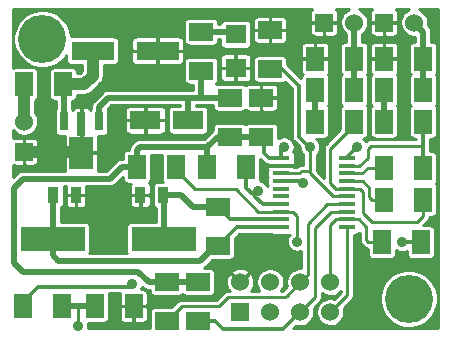
<source format=gtl>
G04 (created by PCBNEW (2013-07-07 BZR 4022)-stable) date 09/12/2013 14:31:14*
%MOIN*%
G04 Gerber Fmt 3.4, Leading zero omitted, Abs format*
%FSLAX34Y34*%
G01*
G70*
G90*
G04 APERTURE LIST*
%ADD10C,0.00393701*%
%ADD11R,0.0579X0.0165*%
%ADD12R,0.0276X0.063*%
%ADD13R,0.0276X0.0827*%
%ADD14R,0.0787X0.1083*%
%ADD15R,0.06X0.08*%
%ADD16R,0.08X0.06*%
%ADD17R,0.035X0.055*%
%ADD18R,0.2165X0.0787*%
%ADD19R,0.06X0.06*%
%ADD20C,0.06*%
%ADD21R,0.0709X0.0629*%
%ADD22R,0.1417X0.063*%
%ADD23R,0.1024X0.063*%
%ADD24C,0.16*%
%ADD25C,0.035*%
%ADD26C,0.019685*%
%ADD27C,0.0393701*%
%ADD28C,0.011811*%
%ADD29C,0.01*%
%ADD30C,0.00984252*%
G04 APERTURE END LIST*
G54D10*
G54D11*
X35512Y-14438D03*
X35512Y-14694D03*
X35512Y-14950D03*
X35512Y-15206D03*
X37714Y-13674D03*
X35512Y-13670D03*
X35512Y-13926D03*
X35512Y-14182D03*
X37716Y-15462D03*
X37716Y-15206D03*
X37716Y-14950D03*
X37716Y-14694D03*
X37716Y-14438D03*
X37716Y-14182D03*
X35512Y-15462D03*
X37714Y-13926D03*
X35512Y-13414D03*
X35512Y-15718D03*
X37716Y-15718D03*
X37716Y-13414D03*
G54D12*
X29451Y-12192D03*
G54D13*
X28860Y-12290D03*
G54D12*
X28269Y-12192D03*
G54D14*
X28860Y-13235D03*
G54D15*
X40170Y-16220D03*
X38870Y-16220D03*
G54D16*
X31700Y-17550D03*
X31700Y-18850D03*
G54D15*
X30700Y-13700D03*
X32000Y-13700D03*
X33050Y-13700D03*
X34350Y-13700D03*
G54D16*
X32850Y-9200D03*
X32850Y-10500D03*
X32750Y-17550D03*
X32750Y-18850D03*
X33800Y-11400D03*
X33800Y-12700D03*
X35150Y-10450D03*
X35150Y-9150D03*
X33400Y-16350D03*
X33400Y-15050D03*
X34850Y-12700D03*
X34850Y-11400D03*
G54D15*
X38950Y-14800D03*
X40250Y-14800D03*
X38950Y-13750D03*
X40250Y-13750D03*
X38950Y-12200D03*
X40250Y-12200D03*
X36650Y-12200D03*
X37950Y-12200D03*
X40250Y-11150D03*
X38950Y-11150D03*
X40250Y-10100D03*
X38950Y-10100D03*
X37950Y-10100D03*
X36650Y-10100D03*
X37950Y-11150D03*
X36650Y-11150D03*
G54D17*
X27925Y-14650D03*
X28675Y-14650D03*
X31575Y-14650D03*
X30825Y-14650D03*
G54D18*
X27900Y-16100D03*
X31600Y-16100D03*
G54D19*
X34150Y-18550D03*
G54D20*
X34150Y-17550D03*
X35150Y-18550D03*
X35150Y-17550D03*
X36150Y-18550D03*
X36150Y-17550D03*
X37150Y-18550D03*
X37150Y-17550D03*
G54D19*
X38950Y-8900D03*
G54D20*
X39950Y-8900D03*
G54D19*
X36950Y-8900D03*
G54D20*
X37950Y-8900D03*
G54D19*
X26950Y-13200D03*
G54D20*
X26950Y-12200D03*
G54D21*
X34000Y-9291D03*
X34000Y-10409D03*
G54D22*
X29231Y-9842D03*
X31397Y-9842D03*
G54D23*
X32409Y-12150D03*
X30991Y-12150D03*
G54D15*
X26900Y-18350D03*
X28200Y-18350D03*
X29300Y-18350D03*
X30600Y-18350D03*
X26950Y-10950D03*
X28250Y-10950D03*
G54D24*
X39763Y-18110D03*
X27559Y-9448D03*
G54D25*
X35620Y-13040D03*
X39540Y-16220D03*
X36050Y-16200D03*
X34750Y-14500D03*
X30550Y-17600D03*
X36250Y-14250D03*
X28750Y-19000D03*
X29750Y-14700D03*
X40300Y-17000D03*
X38050Y-13050D03*
X36476Y-13050D03*
G54D26*
X28269Y-12192D02*
X28269Y-10969D01*
X28269Y-10969D02*
X28250Y-10950D01*
G54D27*
X28250Y-10950D02*
X28950Y-10950D01*
X29231Y-10668D02*
X29231Y-9842D01*
X28950Y-10950D02*
X29231Y-10668D01*
G54D26*
X33050Y-13700D02*
X33050Y-13050D01*
X30700Y-13700D02*
X30700Y-13150D01*
X33400Y-12700D02*
X33800Y-12700D01*
X33050Y-13050D02*
X33400Y-12700D01*
X30800Y-13050D02*
X33050Y-13050D01*
X30700Y-13150D02*
X30800Y-13050D01*
X31700Y-17550D02*
X31100Y-17550D01*
X30200Y-13700D02*
X30700Y-13700D01*
X29800Y-14100D02*
X30200Y-13700D01*
X26900Y-14100D02*
X29800Y-14100D01*
X26600Y-14400D02*
X26900Y-14100D01*
X26600Y-16900D02*
X26600Y-14400D01*
X26900Y-17200D02*
X26600Y-16900D01*
X30750Y-17200D02*
X26900Y-17200D01*
X31100Y-17550D02*
X30750Y-17200D01*
G54D28*
X40170Y-16220D02*
X39540Y-16220D01*
X35512Y-13147D02*
X35512Y-13414D01*
X35620Y-13040D02*
X35512Y-13147D01*
G54D26*
X32750Y-17550D02*
X31700Y-17550D01*
G54D28*
X34950Y-12700D02*
X34950Y-13250D01*
G54D26*
X33800Y-12700D02*
X34950Y-12700D01*
G54D28*
X34950Y-13250D02*
X35114Y-13414D01*
X35114Y-13414D02*
X35512Y-13414D01*
G54D29*
X32000Y-13700D02*
X32000Y-13800D01*
X34756Y-15206D02*
X35512Y-15206D01*
X34000Y-14450D02*
X34756Y-15206D01*
X32650Y-14450D02*
X34000Y-14450D01*
X32000Y-13800D02*
X32650Y-14450D01*
X35512Y-15206D02*
X35906Y-15206D01*
X36050Y-15350D02*
X36050Y-16200D01*
X35906Y-15206D02*
X36050Y-15350D01*
X37950Y-12200D02*
X37950Y-12300D01*
X37705Y-14450D02*
X37716Y-14438D01*
X37350Y-14450D02*
X37705Y-14450D01*
X37150Y-14250D02*
X37350Y-14450D01*
X37150Y-13100D02*
X37150Y-14250D01*
X37950Y-12300D02*
X37150Y-13100D01*
X37716Y-14438D02*
X38138Y-14438D01*
X40250Y-15350D02*
X40250Y-14800D01*
X40050Y-15550D02*
X40250Y-15350D01*
X38550Y-15550D02*
X40050Y-15550D01*
X38250Y-15250D02*
X38550Y-15550D01*
X38250Y-14550D02*
X38250Y-15250D01*
X38138Y-14438D02*
X38250Y-14550D01*
G54D28*
X40250Y-13000D02*
X40250Y-13050D01*
X40250Y-13050D02*
X40250Y-12200D01*
G54D29*
X37714Y-13674D02*
X38125Y-13674D01*
G54D28*
X40250Y-13750D02*
X40250Y-13000D01*
G54D29*
X38125Y-13674D02*
X38400Y-13400D01*
X38400Y-13400D02*
X38400Y-13100D01*
X38400Y-13100D02*
X38500Y-13000D01*
X38500Y-13000D02*
X40250Y-13000D01*
X34750Y-14500D02*
X34600Y-14650D01*
G54D28*
X34350Y-14400D02*
X34350Y-13700D01*
X34655Y-14705D02*
X34600Y-14650D01*
X34600Y-14650D02*
X34350Y-14400D01*
X35512Y-14950D02*
X34900Y-14950D01*
X34900Y-14950D02*
X34655Y-14705D01*
X26900Y-18350D02*
X26900Y-18200D01*
X26900Y-18200D02*
X27400Y-17700D01*
X27400Y-17700D02*
X30450Y-17700D01*
X30450Y-17700D02*
X30550Y-17600D01*
X36250Y-14250D02*
X36182Y-14182D01*
X36182Y-14182D02*
X35512Y-14182D01*
G54D29*
X28750Y-19000D02*
X28750Y-18400D01*
G54D28*
X28750Y-18400D02*
X28750Y-18350D01*
X28750Y-18350D02*
X28750Y-18400D01*
X28750Y-18400D02*
X28750Y-18350D01*
G54D26*
X28200Y-18350D02*
X28750Y-18350D01*
X28750Y-18350D02*
X29300Y-18350D01*
G54D29*
X37716Y-15206D02*
X37193Y-15206D01*
X36650Y-18050D02*
X36150Y-18550D01*
X36650Y-15750D02*
X36650Y-18050D01*
X37193Y-15206D02*
X36650Y-15750D01*
G54D28*
X32750Y-18850D02*
X33310Y-18850D01*
X35580Y-19120D02*
X36150Y-18550D01*
X33580Y-19120D02*
X35580Y-19120D01*
X33310Y-18850D02*
X33580Y-19120D01*
G54D29*
X37716Y-15462D02*
X38112Y-15462D01*
X38420Y-16220D02*
X38870Y-16220D01*
X38350Y-16150D02*
X38420Y-16220D01*
X38350Y-15700D02*
X38350Y-16150D01*
X38112Y-15462D02*
X38350Y-15700D01*
X37716Y-15462D02*
X37337Y-15462D01*
X37150Y-15650D02*
X37150Y-17550D01*
X37337Y-15462D02*
X37150Y-15650D01*
X37716Y-15718D02*
X37716Y-17983D01*
X37716Y-17983D02*
X37150Y-18550D01*
X36150Y-17550D02*
X35700Y-18000D01*
X32200Y-18350D02*
X31700Y-18850D01*
X33450Y-18350D02*
X32200Y-18350D01*
X33750Y-18050D02*
X33450Y-18350D01*
X35650Y-18050D02*
X33750Y-18050D01*
X35700Y-18000D02*
X35650Y-18050D01*
X37716Y-14950D02*
X37049Y-14950D01*
X36400Y-17300D02*
X36150Y-17550D01*
X36400Y-15600D02*
X36400Y-17300D01*
X37049Y-14950D02*
X36400Y-15600D01*
G54D27*
X26950Y-13200D02*
X28825Y-13200D01*
X28825Y-13200D02*
X28860Y-13235D01*
G54D26*
X29451Y-12192D02*
X29451Y-11699D01*
X29750Y-11400D02*
X32409Y-11400D01*
X29451Y-11699D02*
X29750Y-11400D01*
X32409Y-12150D02*
X32409Y-11400D01*
X32400Y-11450D02*
X32400Y-11400D01*
X32400Y-11409D02*
X32400Y-11450D01*
X32409Y-11400D02*
X32400Y-11409D01*
X32400Y-11400D02*
X32650Y-11400D01*
X32800Y-11400D02*
X32650Y-11400D01*
X33800Y-11400D02*
X32800Y-11400D01*
X32850Y-11350D02*
X32850Y-10500D01*
X32800Y-11400D02*
X32850Y-11350D01*
G54D27*
X26950Y-12200D02*
X26950Y-10950D01*
G54D26*
X31600Y-16100D02*
X31600Y-14675D01*
X31600Y-14675D02*
X31575Y-14650D01*
X33400Y-15050D02*
X32570Y-15050D01*
X32170Y-14650D02*
X31575Y-14650D01*
X32570Y-15050D02*
X32170Y-14650D01*
G54D28*
X35512Y-15462D02*
X33812Y-15462D01*
X33812Y-15462D02*
X33400Y-15050D01*
G54D26*
X38950Y-11150D02*
X38950Y-12200D01*
X40250Y-10100D02*
X40250Y-11150D01*
X39950Y-8900D02*
X40250Y-9200D01*
X40250Y-9200D02*
X40250Y-10100D01*
X33400Y-16350D02*
X33310Y-16350D01*
X27900Y-16660D02*
X27900Y-16100D01*
X28090Y-16850D02*
X27900Y-16660D01*
X32810Y-16850D02*
X28090Y-16850D01*
X33310Y-16350D02*
X32810Y-16850D01*
X27925Y-14650D02*
X27925Y-16075D01*
X27925Y-16075D02*
X27900Y-16100D01*
G54D28*
X35512Y-15718D02*
X34031Y-15718D01*
X34031Y-15718D02*
X33400Y-16350D01*
G54D29*
X35512Y-13926D02*
X36123Y-13926D01*
X36200Y-13850D02*
X36476Y-13850D01*
X36123Y-13926D02*
X36200Y-13850D01*
X37716Y-14694D02*
X37244Y-14694D01*
X37244Y-14694D02*
X36476Y-13926D01*
G54D28*
X37716Y-13414D02*
X37716Y-13383D01*
X38050Y-13050D02*
X37716Y-13383D01*
G54D29*
X36476Y-13926D02*
X36476Y-13850D01*
X36476Y-13850D02*
X36476Y-13050D01*
G54D28*
X36476Y-13050D02*
X36450Y-13050D01*
X35150Y-10450D02*
X35550Y-10450D01*
X35550Y-10450D02*
X36100Y-11000D01*
X36100Y-11000D02*
X36100Y-12700D01*
X36100Y-12700D02*
X36450Y-13050D01*
G54D29*
X37716Y-14182D02*
X38232Y-14182D01*
X38550Y-14800D02*
X38950Y-14800D01*
X38459Y-14709D02*
X38550Y-14800D01*
X38459Y-14409D02*
X38459Y-14709D01*
X38232Y-14182D02*
X38459Y-14409D01*
X37714Y-13926D02*
X38223Y-13926D01*
X38400Y-13750D02*
X38950Y-13750D01*
X38223Y-13926D02*
X38400Y-13750D01*
G54D26*
X36650Y-11150D02*
X36650Y-12200D01*
X37950Y-8900D02*
X37950Y-10100D01*
X37950Y-10100D02*
X37950Y-11150D01*
X32850Y-9200D02*
X33909Y-9200D01*
X33909Y-9200D02*
X34000Y-9291D01*
G54D10*
G36*
X31571Y-14207D02*
X31383Y-14207D01*
X31351Y-14214D01*
X31321Y-14226D01*
X31293Y-14244D01*
X31270Y-14267D01*
X31252Y-14295D01*
X31239Y-14325D01*
X31232Y-14357D01*
X31232Y-14390D01*
X31232Y-14941D01*
X31239Y-14973D01*
X31251Y-15003D01*
X31269Y-15031D01*
X31292Y-15054D01*
X31320Y-15072D01*
X31334Y-15078D01*
X31334Y-15539D01*
X31167Y-15539D01*
X31167Y-14909D01*
X31167Y-14701D01*
X31125Y-14659D01*
X30834Y-14659D01*
X30834Y-15050D01*
X30876Y-15092D01*
X31016Y-15092D01*
X31048Y-15085D01*
X31078Y-15073D01*
X31106Y-15055D01*
X31129Y-15032D01*
X31147Y-15004D01*
X31160Y-14974D01*
X31167Y-14942D01*
X31167Y-14909D01*
X31167Y-15539D01*
X30815Y-15539D01*
X30815Y-15050D01*
X30815Y-14659D01*
X30524Y-14659D01*
X30482Y-14701D01*
X30482Y-14909D01*
X30482Y-14942D01*
X30489Y-14974D01*
X30502Y-15004D01*
X30520Y-15032D01*
X30543Y-15055D01*
X30571Y-15073D01*
X30601Y-15085D01*
X30633Y-15092D01*
X30773Y-15092D01*
X30815Y-15050D01*
X30815Y-15539D01*
X30501Y-15539D01*
X30468Y-15545D01*
X30438Y-15558D01*
X30411Y-15576D01*
X30387Y-15599D01*
X30369Y-15626D01*
X30356Y-15656D01*
X30350Y-15688D01*
X30350Y-15721D01*
X30350Y-16509D01*
X30356Y-16542D01*
X30369Y-16572D01*
X30376Y-16584D01*
X29123Y-16584D01*
X29130Y-16573D01*
X29143Y-16543D01*
X29149Y-16511D01*
X29149Y-16478D01*
X29149Y-15690D01*
X29143Y-15657D01*
X29130Y-15627D01*
X29112Y-15600D01*
X29089Y-15576D01*
X29062Y-15558D01*
X29032Y-15545D01*
X29017Y-15542D01*
X29017Y-14909D01*
X29017Y-14701D01*
X28975Y-14659D01*
X28684Y-14659D01*
X28684Y-15050D01*
X28726Y-15092D01*
X28866Y-15092D01*
X28898Y-15085D01*
X28928Y-15073D01*
X28956Y-15055D01*
X28979Y-15032D01*
X28997Y-15004D01*
X29010Y-14974D01*
X29017Y-14942D01*
X29017Y-14909D01*
X29017Y-15542D01*
X29000Y-15539D01*
X28967Y-15539D01*
X28665Y-15539D01*
X28665Y-15050D01*
X28665Y-14659D01*
X28374Y-14659D01*
X28332Y-14701D01*
X28332Y-14909D01*
X28332Y-14942D01*
X28339Y-14974D01*
X28352Y-15004D01*
X28370Y-15032D01*
X28393Y-15055D01*
X28421Y-15073D01*
X28451Y-15085D01*
X28483Y-15092D01*
X28623Y-15092D01*
X28665Y-15050D01*
X28665Y-15539D01*
X28190Y-15539D01*
X28190Y-15065D01*
X28206Y-15055D01*
X28229Y-15032D01*
X28247Y-15004D01*
X28260Y-14974D01*
X28267Y-14942D01*
X28267Y-14909D01*
X28267Y-14365D01*
X28332Y-14365D01*
X28332Y-14390D01*
X28332Y-14598D01*
X28374Y-14640D01*
X28665Y-14640D01*
X28665Y-14632D01*
X28684Y-14632D01*
X28684Y-14640D01*
X28975Y-14640D01*
X29017Y-14598D01*
X29017Y-14390D01*
X29017Y-14365D01*
X29800Y-14365D01*
X29824Y-14363D01*
X29848Y-14361D01*
X29850Y-14360D01*
X29851Y-14360D01*
X29875Y-14353D01*
X29898Y-14346D01*
X29899Y-14346D01*
X29901Y-14345D01*
X29922Y-14334D01*
X29944Y-14322D01*
X29945Y-14322D01*
X29947Y-14321D01*
X29966Y-14305D01*
X29985Y-14290D01*
X29987Y-14288D01*
X29987Y-14288D01*
X29987Y-14288D01*
X29987Y-14287D01*
X30232Y-14043D01*
X30232Y-14116D01*
X30239Y-14148D01*
X30251Y-14178D01*
X30269Y-14206D01*
X30292Y-14229D01*
X30320Y-14247D01*
X30350Y-14260D01*
X30382Y-14267D01*
X30415Y-14267D01*
X30520Y-14267D01*
X30520Y-14267D01*
X30502Y-14295D01*
X30489Y-14325D01*
X30482Y-14357D01*
X30482Y-14390D01*
X30482Y-14598D01*
X30524Y-14640D01*
X30815Y-14640D01*
X30815Y-14632D01*
X30834Y-14632D01*
X30834Y-14640D01*
X31125Y-14640D01*
X31167Y-14598D01*
X31167Y-14390D01*
X31167Y-14357D01*
X31160Y-14325D01*
X31147Y-14295D01*
X31129Y-14267D01*
X31106Y-14244D01*
X31095Y-14237D01*
X31106Y-14230D01*
X31129Y-14207D01*
X31147Y-14179D01*
X31160Y-14149D01*
X31167Y-14117D01*
X31167Y-14084D01*
X31167Y-13315D01*
X31532Y-13315D01*
X31532Y-14116D01*
X31539Y-14148D01*
X31551Y-14178D01*
X31569Y-14206D01*
X31571Y-14207D01*
X31571Y-14207D01*
G37*
G54D30*
X31571Y-14207D02*
X31383Y-14207D01*
X31351Y-14214D01*
X31321Y-14226D01*
X31293Y-14244D01*
X31270Y-14267D01*
X31252Y-14295D01*
X31239Y-14325D01*
X31232Y-14357D01*
X31232Y-14390D01*
X31232Y-14941D01*
X31239Y-14973D01*
X31251Y-15003D01*
X31269Y-15031D01*
X31292Y-15054D01*
X31320Y-15072D01*
X31334Y-15078D01*
X31334Y-15539D01*
X31167Y-15539D01*
X31167Y-14909D01*
X31167Y-14701D01*
X31125Y-14659D01*
X30834Y-14659D01*
X30834Y-15050D01*
X30876Y-15092D01*
X31016Y-15092D01*
X31048Y-15085D01*
X31078Y-15073D01*
X31106Y-15055D01*
X31129Y-15032D01*
X31147Y-15004D01*
X31160Y-14974D01*
X31167Y-14942D01*
X31167Y-14909D01*
X31167Y-15539D01*
X30815Y-15539D01*
X30815Y-15050D01*
X30815Y-14659D01*
X30524Y-14659D01*
X30482Y-14701D01*
X30482Y-14909D01*
X30482Y-14942D01*
X30489Y-14974D01*
X30502Y-15004D01*
X30520Y-15032D01*
X30543Y-15055D01*
X30571Y-15073D01*
X30601Y-15085D01*
X30633Y-15092D01*
X30773Y-15092D01*
X30815Y-15050D01*
X30815Y-15539D01*
X30501Y-15539D01*
X30468Y-15545D01*
X30438Y-15558D01*
X30411Y-15576D01*
X30387Y-15599D01*
X30369Y-15626D01*
X30356Y-15656D01*
X30350Y-15688D01*
X30350Y-15721D01*
X30350Y-16509D01*
X30356Y-16542D01*
X30369Y-16572D01*
X30376Y-16584D01*
X29123Y-16584D01*
X29130Y-16573D01*
X29143Y-16543D01*
X29149Y-16511D01*
X29149Y-16478D01*
X29149Y-15690D01*
X29143Y-15657D01*
X29130Y-15627D01*
X29112Y-15600D01*
X29089Y-15576D01*
X29062Y-15558D01*
X29032Y-15545D01*
X29017Y-15542D01*
X29017Y-14909D01*
X29017Y-14701D01*
X28975Y-14659D01*
X28684Y-14659D01*
X28684Y-15050D01*
X28726Y-15092D01*
X28866Y-15092D01*
X28898Y-15085D01*
X28928Y-15073D01*
X28956Y-15055D01*
X28979Y-15032D01*
X28997Y-15004D01*
X29010Y-14974D01*
X29017Y-14942D01*
X29017Y-14909D01*
X29017Y-15542D01*
X29000Y-15539D01*
X28967Y-15539D01*
X28665Y-15539D01*
X28665Y-15050D01*
X28665Y-14659D01*
X28374Y-14659D01*
X28332Y-14701D01*
X28332Y-14909D01*
X28332Y-14942D01*
X28339Y-14974D01*
X28352Y-15004D01*
X28370Y-15032D01*
X28393Y-15055D01*
X28421Y-15073D01*
X28451Y-15085D01*
X28483Y-15092D01*
X28623Y-15092D01*
X28665Y-15050D01*
X28665Y-15539D01*
X28190Y-15539D01*
X28190Y-15065D01*
X28206Y-15055D01*
X28229Y-15032D01*
X28247Y-15004D01*
X28260Y-14974D01*
X28267Y-14942D01*
X28267Y-14909D01*
X28267Y-14365D01*
X28332Y-14365D01*
X28332Y-14390D01*
X28332Y-14598D01*
X28374Y-14640D01*
X28665Y-14640D01*
X28665Y-14632D01*
X28684Y-14632D01*
X28684Y-14640D01*
X28975Y-14640D01*
X29017Y-14598D01*
X29017Y-14390D01*
X29017Y-14365D01*
X29800Y-14365D01*
X29824Y-14363D01*
X29848Y-14361D01*
X29850Y-14360D01*
X29851Y-14360D01*
X29875Y-14353D01*
X29898Y-14346D01*
X29899Y-14346D01*
X29901Y-14345D01*
X29922Y-14334D01*
X29944Y-14322D01*
X29945Y-14322D01*
X29947Y-14321D01*
X29966Y-14305D01*
X29985Y-14290D01*
X29987Y-14288D01*
X29987Y-14288D01*
X29987Y-14288D01*
X29987Y-14287D01*
X30232Y-14043D01*
X30232Y-14116D01*
X30239Y-14148D01*
X30251Y-14178D01*
X30269Y-14206D01*
X30292Y-14229D01*
X30320Y-14247D01*
X30350Y-14260D01*
X30382Y-14267D01*
X30415Y-14267D01*
X30520Y-14267D01*
X30520Y-14267D01*
X30502Y-14295D01*
X30489Y-14325D01*
X30482Y-14357D01*
X30482Y-14390D01*
X30482Y-14598D01*
X30524Y-14640D01*
X30815Y-14640D01*
X30815Y-14632D01*
X30834Y-14632D01*
X30834Y-14640D01*
X31125Y-14640D01*
X31167Y-14598D01*
X31167Y-14390D01*
X31167Y-14357D01*
X31160Y-14325D01*
X31147Y-14295D01*
X31129Y-14267D01*
X31106Y-14244D01*
X31095Y-14237D01*
X31106Y-14230D01*
X31129Y-14207D01*
X31147Y-14179D01*
X31160Y-14149D01*
X31167Y-14117D01*
X31167Y-14084D01*
X31167Y-13315D01*
X31532Y-13315D01*
X31532Y-14116D01*
X31539Y-14148D01*
X31551Y-14178D01*
X31569Y-14206D01*
X31571Y-14207D01*
G54D10*
G36*
X36182Y-17082D02*
X36107Y-17082D01*
X36017Y-17099D01*
X35932Y-17133D01*
X35855Y-17184D01*
X35790Y-17248D01*
X35738Y-17323D01*
X35702Y-17408D01*
X35683Y-17497D01*
X35682Y-17589D01*
X35698Y-17679D01*
X35702Y-17689D01*
X35559Y-17832D01*
X35522Y-17832D01*
X35558Y-17781D01*
X35595Y-17698D01*
X35615Y-17608D01*
X35617Y-17504D01*
X35599Y-17414D01*
X35564Y-17329D01*
X35513Y-17253D01*
X35449Y-17188D01*
X35373Y-17136D01*
X35288Y-17101D01*
X35199Y-17082D01*
X35107Y-17082D01*
X35017Y-17099D01*
X34932Y-17133D01*
X34855Y-17184D01*
X34790Y-17248D01*
X34738Y-17323D01*
X34702Y-17408D01*
X34683Y-17497D01*
X34682Y-17589D01*
X34698Y-17679D01*
X34732Y-17764D01*
X34776Y-17832D01*
X34494Y-17832D01*
X34535Y-17817D01*
X34580Y-17737D01*
X34608Y-17650D01*
X34619Y-17559D01*
X34612Y-17468D01*
X34587Y-17380D01*
X34546Y-17298D01*
X34535Y-17282D01*
X34459Y-17254D01*
X34445Y-17268D01*
X34445Y-17240D01*
X34417Y-17164D01*
X34337Y-17119D01*
X34250Y-17091D01*
X34159Y-17080D01*
X34068Y-17087D01*
X33980Y-17112D01*
X33898Y-17153D01*
X33882Y-17164D01*
X33854Y-17240D01*
X34150Y-17536D01*
X34445Y-17240D01*
X34445Y-17268D01*
X34163Y-17550D01*
X34169Y-17555D01*
X34155Y-17569D01*
X34150Y-17563D01*
X34144Y-17569D01*
X34130Y-17555D01*
X34136Y-17550D01*
X33840Y-17254D01*
X33764Y-17282D01*
X33719Y-17362D01*
X33691Y-17449D01*
X33680Y-17540D01*
X33687Y-17631D01*
X33712Y-17719D01*
X33753Y-17801D01*
X33764Y-17817D01*
X33805Y-17832D01*
X33750Y-17832D01*
X33730Y-17834D01*
X33710Y-17836D01*
X33708Y-17836D01*
X33707Y-17836D01*
X33688Y-17842D01*
X33669Y-17848D01*
X33668Y-17848D01*
X33667Y-17849D01*
X33649Y-17858D01*
X33631Y-17867D01*
X33630Y-17868D01*
X33629Y-17868D01*
X33614Y-17881D01*
X33598Y-17894D01*
X33596Y-17895D01*
X33596Y-17895D01*
X33596Y-17895D01*
X33596Y-17896D01*
X33359Y-18132D01*
X32200Y-18132D01*
X32180Y-18134D01*
X32160Y-18136D01*
X32158Y-18136D01*
X32157Y-18136D01*
X32138Y-18142D01*
X32119Y-18148D01*
X32118Y-18148D01*
X32117Y-18149D01*
X32099Y-18158D01*
X32081Y-18167D01*
X32080Y-18168D01*
X32079Y-18168D01*
X32064Y-18181D01*
X32048Y-18194D01*
X32046Y-18195D01*
X32046Y-18195D01*
X32046Y-18195D01*
X32046Y-18196D01*
X31860Y-18382D01*
X31283Y-18382D01*
X31251Y-18389D01*
X31221Y-18401D01*
X31193Y-18419D01*
X31170Y-18442D01*
X31152Y-18470D01*
X31139Y-18500D01*
X31132Y-18532D01*
X31132Y-18565D01*
X31132Y-19094D01*
X31067Y-19094D01*
X31067Y-18734D01*
X31067Y-18401D01*
X31025Y-18359D01*
X30609Y-18359D01*
X30609Y-18875D01*
X30651Y-18917D01*
X30916Y-18917D01*
X30948Y-18910D01*
X30978Y-18898D01*
X31006Y-18880D01*
X31029Y-18857D01*
X31047Y-18829D01*
X31060Y-18799D01*
X31067Y-18767D01*
X31067Y-18734D01*
X31067Y-19094D01*
X30590Y-19094D01*
X30590Y-18875D01*
X30590Y-18359D01*
X30174Y-18359D01*
X30132Y-18401D01*
X30132Y-18734D01*
X30132Y-18767D01*
X30139Y-18799D01*
X30152Y-18829D01*
X30170Y-18857D01*
X30193Y-18880D01*
X30221Y-18898D01*
X30251Y-18910D01*
X30283Y-18917D01*
X30548Y-18917D01*
X30590Y-18875D01*
X30590Y-19094D01*
X29079Y-19094D01*
X29091Y-19043D01*
X29092Y-18966D01*
X29082Y-18917D01*
X29616Y-18917D01*
X29648Y-18910D01*
X29678Y-18898D01*
X29706Y-18880D01*
X29729Y-18857D01*
X29747Y-18829D01*
X29760Y-18799D01*
X29767Y-18767D01*
X29767Y-18734D01*
X29767Y-17933D01*
X29765Y-17926D01*
X30134Y-17926D01*
X30132Y-17932D01*
X30132Y-17965D01*
X30132Y-18298D01*
X30174Y-18340D01*
X30590Y-18340D01*
X30590Y-18332D01*
X30609Y-18332D01*
X30609Y-18340D01*
X31025Y-18340D01*
X31067Y-18298D01*
X31067Y-17965D01*
X31067Y-17932D01*
X31060Y-17900D01*
X31047Y-17870D01*
X31029Y-17842D01*
X31006Y-17819D01*
X30978Y-17801D01*
X30948Y-17789D01*
X30916Y-17782D01*
X30840Y-17782D01*
X30849Y-17769D01*
X30876Y-17708D01*
X30877Y-17703D01*
X30912Y-17737D01*
X30931Y-17753D01*
X30949Y-17769D01*
X30951Y-17769D01*
X30952Y-17770D01*
X30973Y-17782D01*
X30995Y-17794D01*
X30996Y-17794D01*
X30997Y-17795D01*
X31021Y-17802D01*
X31044Y-17809D01*
X31046Y-17810D01*
X31047Y-17810D01*
X31071Y-17812D01*
X31096Y-17815D01*
X31099Y-17815D01*
X31099Y-17815D01*
X31099Y-17815D01*
X31100Y-17815D01*
X31132Y-17815D01*
X31132Y-17866D01*
X31139Y-17898D01*
X31151Y-17928D01*
X31169Y-17956D01*
X31192Y-17979D01*
X31220Y-17997D01*
X31250Y-18010D01*
X31282Y-18017D01*
X31315Y-18017D01*
X32116Y-18017D01*
X32148Y-18010D01*
X32178Y-17998D01*
X32206Y-17980D01*
X32225Y-17961D01*
X32242Y-17979D01*
X32270Y-17997D01*
X32300Y-18010D01*
X32332Y-18017D01*
X32365Y-18017D01*
X33166Y-18017D01*
X33198Y-18010D01*
X33228Y-17998D01*
X33256Y-17980D01*
X33279Y-17957D01*
X33297Y-17929D01*
X33310Y-17899D01*
X33317Y-17867D01*
X33317Y-17834D01*
X33317Y-17233D01*
X33310Y-17201D01*
X33298Y-17171D01*
X33280Y-17143D01*
X33257Y-17120D01*
X33229Y-17102D01*
X33199Y-17089D01*
X33167Y-17082D01*
X33134Y-17082D01*
X32936Y-17082D01*
X32954Y-17072D01*
X32955Y-17072D01*
X32957Y-17071D01*
X32976Y-17055D01*
X32995Y-17040D01*
X32997Y-17038D01*
X32997Y-17038D01*
X32997Y-17038D01*
X32997Y-17037D01*
X33218Y-16817D01*
X33816Y-16817D01*
X33848Y-16810D01*
X33878Y-16798D01*
X33906Y-16780D01*
X33929Y-16757D01*
X33947Y-16729D01*
X33960Y-16699D01*
X33967Y-16667D01*
X33967Y-16634D01*
X33967Y-16102D01*
X34124Y-15945D01*
X35136Y-15945D01*
X35142Y-15949D01*
X35172Y-15962D01*
X35205Y-15968D01*
X35237Y-15968D01*
X35796Y-15968D01*
X35786Y-15978D01*
X35748Y-16034D01*
X35722Y-16095D01*
X35708Y-16161D01*
X35707Y-16228D01*
X35719Y-16294D01*
X35744Y-16357D01*
X35780Y-16413D01*
X35827Y-16461D01*
X35882Y-16500D01*
X35943Y-16527D01*
X36009Y-16541D01*
X36076Y-16542D01*
X36142Y-16531D01*
X36182Y-16515D01*
X36182Y-17082D01*
X36182Y-17082D01*
G37*
G54D30*
X36182Y-17082D02*
X36107Y-17082D01*
X36017Y-17099D01*
X35932Y-17133D01*
X35855Y-17184D01*
X35790Y-17248D01*
X35738Y-17323D01*
X35702Y-17408D01*
X35683Y-17497D01*
X35682Y-17589D01*
X35698Y-17679D01*
X35702Y-17689D01*
X35559Y-17832D01*
X35522Y-17832D01*
X35558Y-17781D01*
X35595Y-17698D01*
X35615Y-17608D01*
X35617Y-17504D01*
X35599Y-17414D01*
X35564Y-17329D01*
X35513Y-17253D01*
X35449Y-17188D01*
X35373Y-17136D01*
X35288Y-17101D01*
X35199Y-17082D01*
X35107Y-17082D01*
X35017Y-17099D01*
X34932Y-17133D01*
X34855Y-17184D01*
X34790Y-17248D01*
X34738Y-17323D01*
X34702Y-17408D01*
X34683Y-17497D01*
X34682Y-17589D01*
X34698Y-17679D01*
X34732Y-17764D01*
X34776Y-17832D01*
X34494Y-17832D01*
X34535Y-17817D01*
X34580Y-17737D01*
X34608Y-17650D01*
X34619Y-17559D01*
X34612Y-17468D01*
X34587Y-17380D01*
X34546Y-17298D01*
X34535Y-17282D01*
X34459Y-17254D01*
X34445Y-17268D01*
X34445Y-17240D01*
X34417Y-17164D01*
X34337Y-17119D01*
X34250Y-17091D01*
X34159Y-17080D01*
X34068Y-17087D01*
X33980Y-17112D01*
X33898Y-17153D01*
X33882Y-17164D01*
X33854Y-17240D01*
X34150Y-17536D01*
X34445Y-17240D01*
X34445Y-17268D01*
X34163Y-17550D01*
X34169Y-17555D01*
X34155Y-17569D01*
X34150Y-17563D01*
X34144Y-17569D01*
X34130Y-17555D01*
X34136Y-17550D01*
X33840Y-17254D01*
X33764Y-17282D01*
X33719Y-17362D01*
X33691Y-17449D01*
X33680Y-17540D01*
X33687Y-17631D01*
X33712Y-17719D01*
X33753Y-17801D01*
X33764Y-17817D01*
X33805Y-17832D01*
X33750Y-17832D01*
X33730Y-17834D01*
X33710Y-17836D01*
X33708Y-17836D01*
X33707Y-17836D01*
X33688Y-17842D01*
X33669Y-17848D01*
X33668Y-17848D01*
X33667Y-17849D01*
X33649Y-17858D01*
X33631Y-17867D01*
X33630Y-17868D01*
X33629Y-17868D01*
X33614Y-17881D01*
X33598Y-17894D01*
X33596Y-17895D01*
X33596Y-17895D01*
X33596Y-17895D01*
X33596Y-17896D01*
X33359Y-18132D01*
X32200Y-18132D01*
X32180Y-18134D01*
X32160Y-18136D01*
X32158Y-18136D01*
X32157Y-18136D01*
X32138Y-18142D01*
X32119Y-18148D01*
X32118Y-18148D01*
X32117Y-18149D01*
X32099Y-18158D01*
X32081Y-18167D01*
X32080Y-18168D01*
X32079Y-18168D01*
X32064Y-18181D01*
X32048Y-18194D01*
X32046Y-18195D01*
X32046Y-18195D01*
X32046Y-18195D01*
X32046Y-18196D01*
X31860Y-18382D01*
X31283Y-18382D01*
X31251Y-18389D01*
X31221Y-18401D01*
X31193Y-18419D01*
X31170Y-18442D01*
X31152Y-18470D01*
X31139Y-18500D01*
X31132Y-18532D01*
X31132Y-18565D01*
X31132Y-19094D01*
X31067Y-19094D01*
X31067Y-18734D01*
X31067Y-18401D01*
X31025Y-18359D01*
X30609Y-18359D01*
X30609Y-18875D01*
X30651Y-18917D01*
X30916Y-18917D01*
X30948Y-18910D01*
X30978Y-18898D01*
X31006Y-18880D01*
X31029Y-18857D01*
X31047Y-18829D01*
X31060Y-18799D01*
X31067Y-18767D01*
X31067Y-18734D01*
X31067Y-19094D01*
X30590Y-19094D01*
X30590Y-18875D01*
X30590Y-18359D01*
X30174Y-18359D01*
X30132Y-18401D01*
X30132Y-18734D01*
X30132Y-18767D01*
X30139Y-18799D01*
X30152Y-18829D01*
X30170Y-18857D01*
X30193Y-18880D01*
X30221Y-18898D01*
X30251Y-18910D01*
X30283Y-18917D01*
X30548Y-18917D01*
X30590Y-18875D01*
X30590Y-19094D01*
X29079Y-19094D01*
X29091Y-19043D01*
X29092Y-18966D01*
X29082Y-18917D01*
X29616Y-18917D01*
X29648Y-18910D01*
X29678Y-18898D01*
X29706Y-18880D01*
X29729Y-18857D01*
X29747Y-18829D01*
X29760Y-18799D01*
X29767Y-18767D01*
X29767Y-18734D01*
X29767Y-17933D01*
X29765Y-17926D01*
X30134Y-17926D01*
X30132Y-17932D01*
X30132Y-17965D01*
X30132Y-18298D01*
X30174Y-18340D01*
X30590Y-18340D01*
X30590Y-18332D01*
X30609Y-18332D01*
X30609Y-18340D01*
X31025Y-18340D01*
X31067Y-18298D01*
X31067Y-17965D01*
X31067Y-17932D01*
X31060Y-17900D01*
X31047Y-17870D01*
X31029Y-17842D01*
X31006Y-17819D01*
X30978Y-17801D01*
X30948Y-17789D01*
X30916Y-17782D01*
X30840Y-17782D01*
X30849Y-17769D01*
X30876Y-17708D01*
X30877Y-17703D01*
X30912Y-17737D01*
X30931Y-17753D01*
X30949Y-17769D01*
X30951Y-17769D01*
X30952Y-17770D01*
X30973Y-17782D01*
X30995Y-17794D01*
X30996Y-17794D01*
X30997Y-17795D01*
X31021Y-17802D01*
X31044Y-17809D01*
X31046Y-17810D01*
X31047Y-17810D01*
X31071Y-17812D01*
X31096Y-17815D01*
X31099Y-17815D01*
X31099Y-17815D01*
X31099Y-17815D01*
X31100Y-17815D01*
X31132Y-17815D01*
X31132Y-17866D01*
X31139Y-17898D01*
X31151Y-17928D01*
X31169Y-17956D01*
X31192Y-17979D01*
X31220Y-17997D01*
X31250Y-18010D01*
X31282Y-18017D01*
X31315Y-18017D01*
X32116Y-18017D01*
X32148Y-18010D01*
X32178Y-17998D01*
X32206Y-17980D01*
X32225Y-17961D01*
X32242Y-17979D01*
X32270Y-17997D01*
X32300Y-18010D01*
X32332Y-18017D01*
X32365Y-18017D01*
X33166Y-18017D01*
X33198Y-18010D01*
X33228Y-17998D01*
X33256Y-17980D01*
X33279Y-17957D01*
X33297Y-17929D01*
X33310Y-17899D01*
X33317Y-17867D01*
X33317Y-17834D01*
X33317Y-17233D01*
X33310Y-17201D01*
X33298Y-17171D01*
X33280Y-17143D01*
X33257Y-17120D01*
X33229Y-17102D01*
X33199Y-17089D01*
X33167Y-17082D01*
X33134Y-17082D01*
X32936Y-17082D01*
X32954Y-17072D01*
X32955Y-17072D01*
X32957Y-17071D01*
X32976Y-17055D01*
X32995Y-17040D01*
X32997Y-17038D01*
X32997Y-17038D01*
X32997Y-17038D01*
X32997Y-17037D01*
X33218Y-16817D01*
X33816Y-16817D01*
X33848Y-16810D01*
X33878Y-16798D01*
X33906Y-16780D01*
X33929Y-16757D01*
X33947Y-16729D01*
X33960Y-16699D01*
X33967Y-16667D01*
X33967Y-16634D01*
X33967Y-16102D01*
X34124Y-15945D01*
X35136Y-15945D01*
X35142Y-15949D01*
X35172Y-15962D01*
X35205Y-15968D01*
X35237Y-15968D01*
X35796Y-15968D01*
X35786Y-15978D01*
X35748Y-16034D01*
X35722Y-16095D01*
X35708Y-16161D01*
X35707Y-16228D01*
X35719Y-16294D01*
X35744Y-16357D01*
X35780Y-16413D01*
X35827Y-16461D01*
X35882Y-16500D01*
X35943Y-16527D01*
X36009Y-16541D01*
X36076Y-16542D01*
X36142Y-16531D01*
X36182Y-16515D01*
X36182Y-17082D01*
G54D10*
G36*
X37780Y-8464D02*
X37732Y-8483D01*
X37655Y-8534D01*
X37590Y-8598D01*
X37538Y-8673D01*
X37502Y-8758D01*
X37483Y-8847D01*
X37482Y-8939D01*
X37498Y-9029D01*
X37532Y-9114D01*
X37581Y-9191D01*
X37645Y-9257D01*
X37684Y-9284D01*
X37684Y-9532D01*
X37633Y-9532D01*
X37601Y-9539D01*
X37571Y-9551D01*
X37543Y-9569D01*
X37520Y-9592D01*
X37502Y-9620D01*
X37489Y-9650D01*
X37482Y-9682D01*
X37482Y-9715D01*
X37482Y-10516D01*
X37489Y-10548D01*
X37501Y-10578D01*
X37519Y-10606D01*
X37538Y-10625D01*
X37520Y-10642D01*
X37502Y-10670D01*
X37489Y-10700D01*
X37482Y-10732D01*
X37482Y-10765D01*
X37482Y-11566D01*
X37489Y-11598D01*
X37501Y-11628D01*
X37519Y-11656D01*
X37538Y-11675D01*
X37520Y-11692D01*
X37502Y-11720D01*
X37489Y-11750D01*
X37482Y-11782D01*
X37482Y-11815D01*
X37482Y-12460D01*
X37417Y-12525D01*
X37417Y-9184D01*
X37417Y-8951D01*
X37375Y-8909D01*
X36959Y-8909D01*
X36959Y-9325D01*
X37001Y-9367D01*
X37266Y-9367D01*
X37298Y-9360D01*
X37328Y-9348D01*
X37356Y-9330D01*
X37379Y-9307D01*
X37397Y-9279D01*
X37410Y-9249D01*
X37417Y-9217D01*
X37417Y-9184D01*
X37417Y-12525D01*
X36996Y-12946D01*
X36983Y-12961D01*
X36970Y-12977D01*
X36970Y-12978D01*
X36969Y-12979D01*
X36959Y-12996D01*
X36950Y-13014D01*
X36949Y-13015D01*
X36949Y-13016D01*
X36943Y-13035D01*
X36937Y-13054D01*
X36937Y-13055D01*
X36936Y-13057D01*
X36934Y-13077D01*
X36932Y-13096D01*
X36932Y-13099D01*
X36932Y-13099D01*
X36932Y-13099D01*
X36932Y-13100D01*
X36932Y-14075D01*
X36694Y-13836D01*
X36694Y-13315D01*
X36737Y-13274D01*
X36776Y-13219D01*
X36803Y-13158D01*
X36818Y-13093D01*
X36819Y-13016D01*
X36806Y-12950D01*
X36780Y-12888D01*
X36743Y-12832D01*
X36696Y-12784D01*
X36670Y-12767D01*
X36966Y-12767D01*
X36998Y-12760D01*
X37028Y-12748D01*
X37056Y-12730D01*
X37079Y-12707D01*
X37097Y-12679D01*
X37110Y-12649D01*
X37117Y-12617D01*
X37117Y-12584D01*
X37117Y-11783D01*
X37110Y-11751D01*
X37098Y-11721D01*
X37080Y-11693D01*
X37061Y-11674D01*
X37079Y-11657D01*
X37097Y-11629D01*
X37110Y-11599D01*
X37117Y-11567D01*
X37117Y-11534D01*
X37117Y-10733D01*
X37110Y-10701D01*
X37098Y-10671D01*
X37080Y-10643D01*
X37061Y-10624D01*
X37079Y-10607D01*
X37097Y-10579D01*
X37110Y-10549D01*
X37117Y-10517D01*
X37117Y-10484D01*
X37117Y-9715D01*
X37117Y-9682D01*
X37110Y-9650D01*
X37097Y-9620D01*
X37079Y-9592D01*
X37056Y-9569D01*
X37028Y-9551D01*
X36998Y-9539D01*
X36966Y-9532D01*
X36940Y-9532D01*
X36940Y-9325D01*
X36940Y-8909D01*
X36524Y-8909D01*
X36482Y-8951D01*
X36482Y-9184D01*
X36482Y-9217D01*
X36489Y-9249D01*
X36502Y-9279D01*
X36520Y-9307D01*
X36543Y-9330D01*
X36571Y-9348D01*
X36601Y-9360D01*
X36633Y-9367D01*
X36898Y-9367D01*
X36940Y-9325D01*
X36940Y-9532D01*
X36701Y-9532D01*
X36659Y-9574D01*
X36659Y-10090D01*
X37075Y-10090D01*
X37117Y-10048D01*
X37117Y-9715D01*
X37117Y-10484D01*
X37117Y-10151D01*
X37075Y-10109D01*
X36659Y-10109D01*
X36659Y-10117D01*
X36640Y-10117D01*
X36640Y-10109D01*
X36640Y-10090D01*
X36640Y-9574D01*
X36598Y-9532D01*
X36333Y-9532D01*
X36301Y-9539D01*
X36271Y-9551D01*
X36243Y-9569D01*
X36220Y-9592D01*
X36202Y-9620D01*
X36189Y-9650D01*
X36182Y-9682D01*
X36182Y-9715D01*
X36182Y-10048D01*
X36224Y-10090D01*
X36640Y-10090D01*
X36640Y-10109D01*
X36224Y-10109D01*
X36182Y-10151D01*
X36182Y-10484D01*
X36182Y-10517D01*
X36189Y-10549D01*
X36202Y-10579D01*
X36220Y-10607D01*
X36238Y-10625D01*
X36220Y-10642D01*
X36202Y-10670D01*
X36189Y-10700D01*
X36182Y-10732D01*
X36182Y-10762D01*
X35717Y-10297D01*
X35717Y-10133D01*
X35717Y-9466D01*
X35717Y-8833D01*
X35710Y-8801D01*
X35698Y-8771D01*
X35680Y-8743D01*
X35657Y-8720D01*
X35629Y-8702D01*
X35599Y-8689D01*
X35567Y-8682D01*
X35534Y-8682D01*
X35201Y-8682D01*
X35159Y-8724D01*
X35159Y-9140D01*
X35675Y-9140D01*
X35717Y-9098D01*
X35717Y-8833D01*
X35717Y-9466D01*
X35717Y-9201D01*
X35675Y-9159D01*
X35159Y-9159D01*
X35159Y-9575D01*
X35201Y-9617D01*
X35534Y-9617D01*
X35567Y-9617D01*
X35599Y-9610D01*
X35629Y-9597D01*
X35657Y-9579D01*
X35680Y-9556D01*
X35698Y-9528D01*
X35710Y-9498D01*
X35717Y-9466D01*
X35717Y-10133D01*
X35710Y-10101D01*
X35698Y-10071D01*
X35680Y-10043D01*
X35657Y-10020D01*
X35629Y-10002D01*
X35599Y-9989D01*
X35567Y-9982D01*
X35534Y-9982D01*
X35140Y-9982D01*
X35140Y-9575D01*
X35140Y-9159D01*
X35140Y-9140D01*
X35140Y-8724D01*
X35098Y-8682D01*
X34765Y-8682D01*
X34732Y-8682D01*
X34700Y-8689D01*
X34670Y-8702D01*
X34642Y-8720D01*
X34619Y-8743D01*
X34601Y-8771D01*
X34589Y-8801D01*
X34582Y-8833D01*
X34582Y-9098D01*
X34624Y-9140D01*
X35140Y-9140D01*
X35140Y-9159D01*
X34624Y-9159D01*
X34582Y-9201D01*
X34582Y-9466D01*
X34589Y-9498D01*
X34601Y-9528D01*
X34619Y-9556D01*
X34642Y-9579D01*
X34670Y-9597D01*
X34700Y-9610D01*
X34732Y-9617D01*
X34765Y-9617D01*
X35098Y-9617D01*
X35140Y-9575D01*
X35140Y-9982D01*
X34733Y-9982D01*
X34701Y-9989D01*
X34671Y-10001D01*
X34643Y-10019D01*
X34620Y-10042D01*
X34602Y-10070D01*
X34589Y-10100D01*
X34582Y-10132D01*
X34582Y-10165D01*
X34582Y-10766D01*
X34589Y-10798D01*
X34601Y-10828D01*
X34619Y-10856D01*
X34642Y-10879D01*
X34670Y-10897D01*
X34700Y-10910D01*
X34732Y-10917D01*
X34765Y-10917D01*
X35566Y-10917D01*
X35598Y-10910D01*
X35628Y-10898D01*
X35656Y-10880D01*
X35658Y-10878D01*
X35873Y-11093D01*
X35873Y-12700D01*
X35875Y-12720D01*
X35877Y-12741D01*
X35877Y-12742D01*
X35877Y-12743D01*
X35883Y-12763D01*
X35889Y-12784D01*
X35890Y-12785D01*
X35890Y-12786D01*
X35900Y-12804D01*
X35910Y-12823D01*
X35910Y-12824D01*
X35911Y-12825D01*
X35924Y-12841D01*
X35937Y-12857D01*
X35939Y-12859D01*
X35939Y-12859D01*
X35939Y-12859D01*
X35939Y-12860D01*
X36134Y-13054D01*
X36134Y-13078D01*
X36146Y-13144D01*
X36170Y-13207D01*
X36207Y-13263D01*
X36253Y-13311D01*
X36259Y-13315D01*
X36259Y-13632D01*
X36200Y-13632D01*
X36180Y-13634D01*
X36160Y-13636D01*
X36158Y-13636D01*
X36157Y-13636D01*
X36138Y-13642D01*
X36119Y-13648D01*
X36118Y-13648D01*
X36117Y-13649D01*
X36099Y-13658D01*
X36081Y-13667D01*
X36080Y-13668D01*
X36079Y-13668D01*
X36064Y-13681D01*
X36048Y-13694D01*
X36046Y-13695D01*
X36046Y-13695D01*
X36046Y-13695D01*
X36046Y-13696D01*
X36033Y-13709D01*
X35956Y-13709D01*
X35927Y-13680D01*
X35836Y-13680D01*
X35819Y-13677D01*
X35786Y-13676D01*
X35206Y-13677D01*
X35187Y-13680D01*
X35097Y-13680D01*
X35055Y-13722D01*
X35055Y-13769D01*
X35061Y-13799D01*
X35055Y-13826D01*
X35055Y-13859D01*
X35055Y-14025D01*
X35061Y-14055D01*
X35055Y-14082D01*
X35055Y-14115D01*
X35055Y-14281D01*
X35061Y-14311D01*
X35055Y-14338D01*
X35055Y-14342D01*
X35053Y-14338D01*
X35016Y-14282D01*
X34969Y-14234D01*
X34913Y-14197D01*
X34851Y-14171D01*
X34805Y-14161D01*
X34810Y-14149D01*
X34817Y-14117D01*
X34817Y-14084D01*
X34817Y-13437D01*
X34954Y-13575D01*
X34971Y-13588D01*
X34987Y-13601D01*
X34988Y-13602D01*
X34988Y-13603D01*
X35007Y-13612D01*
X35025Y-13623D01*
X35026Y-13623D01*
X35027Y-13623D01*
X35047Y-13630D01*
X35067Y-13636D01*
X35069Y-13636D01*
X35070Y-13636D01*
X35073Y-13637D01*
X35097Y-13661D01*
X35187Y-13661D01*
X35205Y-13664D01*
X35237Y-13664D01*
X35818Y-13664D01*
X35836Y-13661D01*
X35927Y-13661D01*
X35968Y-13619D01*
X35969Y-13572D01*
X35963Y-13542D01*
X35968Y-13515D01*
X35969Y-13482D01*
X35969Y-13316D01*
X35962Y-13283D01*
X35950Y-13253D01*
X35931Y-13226D01*
X35917Y-13211D01*
X35919Y-13209D01*
X35946Y-13148D01*
X35961Y-13083D01*
X35962Y-13006D01*
X35949Y-12940D01*
X35923Y-12878D01*
X35886Y-12822D01*
X35839Y-12774D01*
X35783Y-12737D01*
X35721Y-12711D01*
X35655Y-12697D01*
X35588Y-12697D01*
X35522Y-12710D01*
X35460Y-12735D01*
X35417Y-12763D01*
X35417Y-12383D01*
X35417Y-11716D01*
X35417Y-11083D01*
X35410Y-11051D01*
X35398Y-11021D01*
X35380Y-10993D01*
X35357Y-10970D01*
X35329Y-10952D01*
X35299Y-10939D01*
X35267Y-10932D01*
X35234Y-10932D01*
X34901Y-10932D01*
X34859Y-10974D01*
X34859Y-11390D01*
X35375Y-11390D01*
X35417Y-11348D01*
X35417Y-11083D01*
X35417Y-11716D01*
X35417Y-11451D01*
X35375Y-11409D01*
X34859Y-11409D01*
X34859Y-11825D01*
X34901Y-11867D01*
X35234Y-11867D01*
X35267Y-11867D01*
X35299Y-11860D01*
X35329Y-11847D01*
X35357Y-11829D01*
X35380Y-11806D01*
X35398Y-11778D01*
X35410Y-11748D01*
X35417Y-11716D01*
X35417Y-12383D01*
X35410Y-12351D01*
X35398Y-12321D01*
X35380Y-12293D01*
X35357Y-12270D01*
X35329Y-12252D01*
X35299Y-12239D01*
X35267Y-12232D01*
X35234Y-12232D01*
X34840Y-12232D01*
X34840Y-11825D01*
X34840Y-11409D01*
X34832Y-11409D01*
X34832Y-11390D01*
X34840Y-11390D01*
X34840Y-10974D01*
X34798Y-10932D01*
X34521Y-10932D01*
X34521Y-9590D01*
X34521Y-8960D01*
X34515Y-8927D01*
X34502Y-8897D01*
X34484Y-8870D01*
X34461Y-8846D01*
X34434Y-8828D01*
X34404Y-8815D01*
X34372Y-8809D01*
X34339Y-8809D01*
X33629Y-8809D01*
X33596Y-8815D01*
X33566Y-8828D01*
X33539Y-8846D01*
X33515Y-8869D01*
X33497Y-8896D01*
X33484Y-8926D01*
X33483Y-8934D01*
X33417Y-8934D01*
X33417Y-8883D01*
X33410Y-8851D01*
X33398Y-8821D01*
X33380Y-8793D01*
X33357Y-8770D01*
X33329Y-8752D01*
X33299Y-8739D01*
X33267Y-8732D01*
X33234Y-8732D01*
X32433Y-8732D01*
X32401Y-8739D01*
X32371Y-8751D01*
X32343Y-8769D01*
X32320Y-8792D01*
X32302Y-8820D01*
X32289Y-8850D01*
X32282Y-8882D01*
X32282Y-8915D01*
X32282Y-9516D01*
X32289Y-9548D01*
X32301Y-9578D01*
X32319Y-9606D01*
X32342Y-9629D01*
X32370Y-9647D01*
X32400Y-9660D01*
X32432Y-9667D01*
X32465Y-9667D01*
X33266Y-9667D01*
X33298Y-9660D01*
X33328Y-9648D01*
X33356Y-9630D01*
X33379Y-9607D01*
X33397Y-9579D01*
X33410Y-9549D01*
X33417Y-9517D01*
X33417Y-9484D01*
X33417Y-9465D01*
X33478Y-9465D01*
X33478Y-9621D01*
X33484Y-9654D01*
X33497Y-9684D01*
X33515Y-9711D01*
X33538Y-9735D01*
X33565Y-9753D01*
X33595Y-9766D01*
X33627Y-9772D01*
X33660Y-9772D01*
X34370Y-9772D01*
X34403Y-9766D01*
X34433Y-9753D01*
X34460Y-9735D01*
X34484Y-9712D01*
X34502Y-9685D01*
X34515Y-9655D01*
X34521Y-9623D01*
X34521Y-9590D01*
X34521Y-10932D01*
X34521Y-10932D01*
X34521Y-10739D01*
X34521Y-10078D01*
X34515Y-10045D01*
X34502Y-10015D01*
X34484Y-9988D01*
X34461Y-9964D01*
X34434Y-9946D01*
X34404Y-9933D01*
X34372Y-9927D01*
X34339Y-9927D01*
X34051Y-9927D01*
X34009Y-9969D01*
X34009Y-10399D01*
X34479Y-10399D01*
X34521Y-10357D01*
X34521Y-10078D01*
X34521Y-10739D01*
X34521Y-10460D01*
X34479Y-10418D01*
X34009Y-10418D01*
X34009Y-10848D01*
X34051Y-10890D01*
X34339Y-10890D01*
X34372Y-10890D01*
X34404Y-10884D01*
X34434Y-10871D01*
X34461Y-10853D01*
X34484Y-10829D01*
X34502Y-10802D01*
X34515Y-10772D01*
X34521Y-10739D01*
X34521Y-10932D01*
X34465Y-10932D01*
X34432Y-10932D01*
X34400Y-10939D01*
X34370Y-10952D01*
X34342Y-10970D01*
X34325Y-10988D01*
X34307Y-10970D01*
X34279Y-10952D01*
X34249Y-10939D01*
X34217Y-10932D01*
X34184Y-10932D01*
X33990Y-10932D01*
X33990Y-10848D01*
X33990Y-10418D01*
X33990Y-10399D01*
X33990Y-9969D01*
X33948Y-9927D01*
X33660Y-9927D01*
X33627Y-9927D01*
X33595Y-9933D01*
X33565Y-9946D01*
X33538Y-9964D01*
X33515Y-9988D01*
X33497Y-10015D01*
X33484Y-10045D01*
X33478Y-10078D01*
X33478Y-10357D01*
X33520Y-10399D01*
X33990Y-10399D01*
X33990Y-10418D01*
X33520Y-10418D01*
X33478Y-10460D01*
X33478Y-10739D01*
X33484Y-10772D01*
X33497Y-10802D01*
X33515Y-10829D01*
X33538Y-10853D01*
X33565Y-10871D01*
X33595Y-10884D01*
X33627Y-10890D01*
X33660Y-10890D01*
X33948Y-10890D01*
X33990Y-10848D01*
X33990Y-10932D01*
X33383Y-10932D01*
X33351Y-10939D01*
X33329Y-10948D01*
X33356Y-10930D01*
X33379Y-10907D01*
X33397Y-10879D01*
X33410Y-10849D01*
X33417Y-10817D01*
X33417Y-10784D01*
X33417Y-10183D01*
X33410Y-10151D01*
X33398Y-10121D01*
X33380Y-10093D01*
X33357Y-10070D01*
X33329Y-10052D01*
X33299Y-10039D01*
X33267Y-10032D01*
X33234Y-10032D01*
X32433Y-10032D01*
X32401Y-10039D01*
X32371Y-10051D01*
X32343Y-10069D01*
X32320Y-10092D01*
X32302Y-10120D01*
X32289Y-10150D01*
X32282Y-10182D01*
X32282Y-10215D01*
X32282Y-10816D01*
X32289Y-10848D01*
X32301Y-10878D01*
X32319Y-10906D01*
X32342Y-10929D01*
X32370Y-10947D01*
X32400Y-10960D01*
X32432Y-10967D01*
X32465Y-10967D01*
X32584Y-10967D01*
X32584Y-11134D01*
X32409Y-11134D01*
X32400Y-11134D01*
X32273Y-11134D01*
X32273Y-10142D01*
X32273Y-9542D01*
X32273Y-9509D01*
X32267Y-9477D01*
X32254Y-9447D01*
X32236Y-9420D01*
X32212Y-9397D01*
X32185Y-9379D01*
X32155Y-9366D01*
X32122Y-9360D01*
X31449Y-9360D01*
X31407Y-9402D01*
X31407Y-9832D01*
X32231Y-9832D01*
X32273Y-9790D01*
X32273Y-9542D01*
X32273Y-10142D01*
X32273Y-9894D01*
X32231Y-9852D01*
X31407Y-9852D01*
X31407Y-10283D01*
X31449Y-10324D01*
X32122Y-10324D01*
X32155Y-10318D01*
X32185Y-10305D01*
X32212Y-10287D01*
X32236Y-10264D01*
X32254Y-10237D01*
X32267Y-10207D01*
X32273Y-10175D01*
X32273Y-10142D01*
X32273Y-11134D01*
X31388Y-11134D01*
X31388Y-10283D01*
X31388Y-9852D01*
X31388Y-9832D01*
X31388Y-9402D01*
X31346Y-9360D01*
X30673Y-9360D01*
X30640Y-9366D01*
X30610Y-9379D01*
X30583Y-9397D01*
X30559Y-9420D01*
X30541Y-9447D01*
X30528Y-9477D01*
X30522Y-9509D01*
X30522Y-9542D01*
X30522Y-9790D01*
X30563Y-9832D01*
X31388Y-9832D01*
X31388Y-9852D01*
X30563Y-9852D01*
X30522Y-9894D01*
X30522Y-10142D01*
X30522Y-10175D01*
X30528Y-10207D01*
X30541Y-10237D01*
X30559Y-10264D01*
X30583Y-10287D01*
X30610Y-10305D01*
X30640Y-10318D01*
X30673Y-10324D01*
X31346Y-10324D01*
X31388Y-10283D01*
X31388Y-11134D01*
X30107Y-11134D01*
X30107Y-10142D01*
X30107Y-9511D01*
X30101Y-9478D01*
X30088Y-9448D01*
X30070Y-9421D01*
X30047Y-9397D01*
X30020Y-9379D01*
X29990Y-9366D01*
X29958Y-9360D01*
X29925Y-9360D01*
X28526Y-9360D01*
X28526Y-9353D01*
X28489Y-9167D01*
X28417Y-8992D01*
X28312Y-8834D01*
X28178Y-8699D01*
X28021Y-8593D01*
X27846Y-8520D01*
X27660Y-8482D01*
X27470Y-8480D01*
X27284Y-8516D01*
X27108Y-8587D01*
X26949Y-8691D01*
X26814Y-8824D01*
X26707Y-8980D01*
X26632Y-9154D01*
X26593Y-9340D01*
X26590Y-9530D01*
X26624Y-9716D01*
X26694Y-9893D01*
X26797Y-10052D01*
X26929Y-10189D01*
X27084Y-10297D01*
X27258Y-10373D01*
X27443Y-10413D01*
X27633Y-10417D01*
X27820Y-10385D01*
X27997Y-10316D01*
X28157Y-10214D01*
X28294Y-10083D01*
X28356Y-9997D01*
X28356Y-10173D01*
X28362Y-10206D01*
X28375Y-10236D01*
X28393Y-10263D01*
X28416Y-10287D01*
X28443Y-10305D01*
X28473Y-10318D01*
X28505Y-10324D01*
X28538Y-10324D01*
X28867Y-10324D01*
X28867Y-10517D01*
X28799Y-10585D01*
X28717Y-10585D01*
X28717Y-10533D01*
X28710Y-10501D01*
X28698Y-10471D01*
X28680Y-10443D01*
X28657Y-10420D01*
X28629Y-10402D01*
X28599Y-10389D01*
X28567Y-10382D01*
X28534Y-10382D01*
X27933Y-10382D01*
X27901Y-10389D01*
X27871Y-10401D01*
X27843Y-10419D01*
X27820Y-10442D01*
X27802Y-10470D01*
X27789Y-10500D01*
X27782Y-10532D01*
X27782Y-10565D01*
X27782Y-11366D01*
X27789Y-11398D01*
X27801Y-11428D01*
X27819Y-11456D01*
X27842Y-11479D01*
X27870Y-11497D01*
X27900Y-11510D01*
X27932Y-11517D01*
X27965Y-11517D01*
X28003Y-11517D01*
X28003Y-11768D01*
X28001Y-11769D01*
X27983Y-11797D01*
X27970Y-11827D01*
X27963Y-11859D01*
X27963Y-11892D01*
X27963Y-12523D01*
X27970Y-12555D01*
X27982Y-12585D01*
X28000Y-12613D01*
X28023Y-12636D01*
X28051Y-12654D01*
X28081Y-12667D01*
X28113Y-12674D01*
X28146Y-12674D01*
X28299Y-12674D01*
X28299Y-12675D01*
X28299Y-12708D01*
X28299Y-13183D01*
X28341Y-13225D01*
X28850Y-13225D01*
X28850Y-12828D01*
X28850Y-12568D01*
X28850Y-12299D01*
X28842Y-12299D01*
X28842Y-12280D01*
X28850Y-12280D01*
X28850Y-11751D01*
X28808Y-11709D01*
X28705Y-11709D01*
X28673Y-11715D01*
X28643Y-11728D01*
X28615Y-11746D01*
X28592Y-11769D01*
X28574Y-11796D01*
X28564Y-11819D01*
X28555Y-11798D01*
X28537Y-11770D01*
X28534Y-11768D01*
X28534Y-11517D01*
X28566Y-11517D01*
X28598Y-11510D01*
X28628Y-11498D01*
X28656Y-11480D01*
X28679Y-11457D01*
X28697Y-11429D01*
X28710Y-11399D01*
X28717Y-11367D01*
X28717Y-11334D01*
X28717Y-11314D01*
X28950Y-11314D01*
X28983Y-11310D01*
X29016Y-11307D01*
X29018Y-11307D01*
X29020Y-11307D01*
X29052Y-11297D01*
X29085Y-11288D01*
X29086Y-11287D01*
X29088Y-11286D01*
X29118Y-11270D01*
X29148Y-11255D01*
X29149Y-11254D01*
X29151Y-11253D01*
X29177Y-11232D01*
X29203Y-11211D01*
X29206Y-11208D01*
X29206Y-11208D01*
X29206Y-11208D01*
X29207Y-11207D01*
X29489Y-10925D01*
X29510Y-10899D01*
X29532Y-10873D01*
X29533Y-10872D01*
X29534Y-10870D01*
X29550Y-10840D01*
X29566Y-10811D01*
X29567Y-10809D01*
X29568Y-10807D01*
X29577Y-10775D01*
X29588Y-10743D01*
X29588Y-10741D01*
X29588Y-10740D01*
X29592Y-10706D01*
X29596Y-10673D01*
X29596Y-10669D01*
X29596Y-10669D01*
X29596Y-10669D01*
X29596Y-10668D01*
X29596Y-10324D01*
X29956Y-10324D01*
X29989Y-10318D01*
X30019Y-10305D01*
X30046Y-10287D01*
X30070Y-10264D01*
X30088Y-10237D01*
X30101Y-10207D01*
X30107Y-10175D01*
X30107Y-10142D01*
X30107Y-11134D01*
X29750Y-11134D01*
X29725Y-11136D01*
X29701Y-11138D01*
X29699Y-11139D01*
X29698Y-11139D01*
X29674Y-11146D01*
X29651Y-11153D01*
X29650Y-11153D01*
X29648Y-11154D01*
X29627Y-11165D01*
X29605Y-11177D01*
X29604Y-11177D01*
X29602Y-11178D01*
X29583Y-11194D01*
X29564Y-11209D01*
X29562Y-11211D01*
X29562Y-11211D01*
X29562Y-11211D01*
X29562Y-11212D01*
X29263Y-11511D01*
X29247Y-11530D01*
X29231Y-11548D01*
X29231Y-11550D01*
X29230Y-11551D01*
X29218Y-11572D01*
X29206Y-11594D01*
X29206Y-11595D01*
X29205Y-11596D01*
X29198Y-11620D01*
X29191Y-11643D01*
X29190Y-11645D01*
X29190Y-11646D01*
X29188Y-11670D01*
X29185Y-11695D01*
X29185Y-11698D01*
X29185Y-11698D01*
X29185Y-11698D01*
X29185Y-11699D01*
X29185Y-11768D01*
X29183Y-11769D01*
X29165Y-11797D01*
X29155Y-11819D01*
X29145Y-11796D01*
X29127Y-11769D01*
X29104Y-11746D01*
X29076Y-11728D01*
X29046Y-11715D01*
X29014Y-11709D01*
X28911Y-11709D01*
X28869Y-11751D01*
X28869Y-12280D01*
X28877Y-12280D01*
X28877Y-12299D01*
X28869Y-12299D01*
X28869Y-12568D01*
X28869Y-12828D01*
X28869Y-13225D01*
X29378Y-13225D01*
X29420Y-13183D01*
X29420Y-12708D01*
X29420Y-12675D01*
X29420Y-12674D01*
X29605Y-12674D01*
X29637Y-12667D01*
X29667Y-12655D01*
X29695Y-12637D01*
X29718Y-12614D01*
X29736Y-12586D01*
X29749Y-12556D01*
X29756Y-12524D01*
X29756Y-12491D01*
X29756Y-11860D01*
X29749Y-11828D01*
X29737Y-11798D01*
X29733Y-11792D01*
X29860Y-11665D01*
X32143Y-11665D01*
X32143Y-11667D01*
X31880Y-11667D01*
X31848Y-11674D01*
X31818Y-11686D01*
X31790Y-11704D01*
X31767Y-11727D01*
X31749Y-11755D01*
X31736Y-11785D01*
X31729Y-11817D01*
X31729Y-11850D01*
X31729Y-12481D01*
X31736Y-12513D01*
X31748Y-12543D01*
X31766Y-12571D01*
X31789Y-12594D01*
X31817Y-12612D01*
X31847Y-12625D01*
X31879Y-12632D01*
X31912Y-12632D01*
X32937Y-12632D01*
X32969Y-12625D01*
X32999Y-12613D01*
X33027Y-12595D01*
X33050Y-12572D01*
X33068Y-12544D01*
X33081Y-12514D01*
X33088Y-12482D01*
X33088Y-12449D01*
X33088Y-11818D01*
X33081Y-11786D01*
X33069Y-11756D01*
X33051Y-11728D01*
X33028Y-11705D01*
X33000Y-11687D01*
X32970Y-11674D01*
X32938Y-11667D01*
X32905Y-11667D01*
X32674Y-11667D01*
X32674Y-11665D01*
X32800Y-11665D01*
X33232Y-11665D01*
X33232Y-11716D01*
X33239Y-11748D01*
X33251Y-11778D01*
X33269Y-11806D01*
X33292Y-11829D01*
X33320Y-11847D01*
X33350Y-11860D01*
X33382Y-11867D01*
X33415Y-11867D01*
X34216Y-11867D01*
X34248Y-11860D01*
X34278Y-11848D01*
X34306Y-11830D01*
X34325Y-11811D01*
X34342Y-11829D01*
X34370Y-11847D01*
X34400Y-11860D01*
X34432Y-11867D01*
X34465Y-11867D01*
X34798Y-11867D01*
X34840Y-11825D01*
X34840Y-12232D01*
X34433Y-12232D01*
X34401Y-12239D01*
X34371Y-12251D01*
X34343Y-12269D01*
X34324Y-12288D01*
X34307Y-12270D01*
X34279Y-12252D01*
X34249Y-12239D01*
X34217Y-12232D01*
X34184Y-12232D01*
X33383Y-12232D01*
X33351Y-12239D01*
X33321Y-12251D01*
X33293Y-12269D01*
X33270Y-12292D01*
X33252Y-12320D01*
X33239Y-12350D01*
X33232Y-12382D01*
X33232Y-12415D01*
X33232Y-12495D01*
X33214Y-12509D01*
X33212Y-12511D01*
X33212Y-12511D01*
X33212Y-12511D01*
X33212Y-12512D01*
X32939Y-12784D01*
X31670Y-12784D01*
X31670Y-12449D01*
X31670Y-11850D01*
X31670Y-11817D01*
X31663Y-11785D01*
X31650Y-11755D01*
X31632Y-11727D01*
X31609Y-11704D01*
X31581Y-11686D01*
X31551Y-11674D01*
X31519Y-11667D01*
X31042Y-11667D01*
X31000Y-11709D01*
X31000Y-12140D01*
X31628Y-12140D01*
X31670Y-12098D01*
X31670Y-11850D01*
X31670Y-12449D01*
X31670Y-12201D01*
X31628Y-12159D01*
X31000Y-12159D01*
X31000Y-12590D01*
X31042Y-12632D01*
X31519Y-12632D01*
X31551Y-12625D01*
X31581Y-12613D01*
X31609Y-12595D01*
X31632Y-12572D01*
X31650Y-12544D01*
X31663Y-12514D01*
X31670Y-12482D01*
X31670Y-12449D01*
X31670Y-12784D01*
X30981Y-12784D01*
X30981Y-12590D01*
X30981Y-12159D01*
X30981Y-12140D01*
X30981Y-11709D01*
X30939Y-11667D01*
X30462Y-11667D01*
X30430Y-11674D01*
X30400Y-11686D01*
X30372Y-11704D01*
X30349Y-11727D01*
X30331Y-11755D01*
X30318Y-11785D01*
X30311Y-11817D01*
X30311Y-11850D01*
X30311Y-12098D01*
X30353Y-12140D01*
X30981Y-12140D01*
X30981Y-12159D01*
X30353Y-12159D01*
X30311Y-12201D01*
X30311Y-12449D01*
X30311Y-12482D01*
X30318Y-12514D01*
X30331Y-12544D01*
X30349Y-12572D01*
X30372Y-12595D01*
X30400Y-12613D01*
X30430Y-12625D01*
X30462Y-12632D01*
X30939Y-12632D01*
X30981Y-12590D01*
X30981Y-12784D01*
X30800Y-12784D01*
X30775Y-12786D01*
X30751Y-12788D01*
X30749Y-12789D01*
X30748Y-12789D01*
X30724Y-12796D01*
X30701Y-12803D01*
X30700Y-12803D01*
X30698Y-12804D01*
X30677Y-12815D01*
X30655Y-12827D01*
X30654Y-12827D01*
X30652Y-12828D01*
X30633Y-12844D01*
X30614Y-12859D01*
X30612Y-12861D01*
X30612Y-12861D01*
X30612Y-12861D01*
X30612Y-12862D01*
X30512Y-12962D01*
X30496Y-12981D01*
X30480Y-12999D01*
X30480Y-13001D01*
X30479Y-13002D01*
X30467Y-13023D01*
X30455Y-13045D01*
X30455Y-13046D01*
X30454Y-13047D01*
X30447Y-13071D01*
X30440Y-13094D01*
X30439Y-13096D01*
X30439Y-13097D01*
X30437Y-13121D01*
X30435Y-13132D01*
X30383Y-13132D01*
X30351Y-13139D01*
X30321Y-13151D01*
X30293Y-13169D01*
X30270Y-13192D01*
X30252Y-13220D01*
X30239Y-13250D01*
X30232Y-13282D01*
X30232Y-13315D01*
X30232Y-13434D01*
X30200Y-13434D01*
X30175Y-13436D01*
X30151Y-13438D01*
X30149Y-13439D01*
X30148Y-13439D01*
X30124Y-13446D01*
X30101Y-13453D01*
X30100Y-13453D01*
X30098Y-13454D01*
X30077Y-13465D01*
X30055Y-13477D01*
X30054Y-13477D01*
X30052Y-13478D01*
X30033Y-13494D01*
X30014Y-13509D01*
X30012Y-13511D01*
X30012Y-13511D01*
X30012Y-13511D01*
X30012Y-13512D01*
X29689Y-13834D01*
X29410Y-13834D01*
X29414Y-13826D01*
X29420Y-13794D01*
X29420Y-13761D01*
X29420Y-13286D01*
X29378Y-13244D01*
X28869Y-13244D01*
X28869Y-13252D01*
X28850Y-13252D01*
X28850Y-13244D01*
X28341Y-13244D01*
X28299Y-13286D01*
X28299Y-13761D01*
X28299Y-13794D01*
X28305Y-13826D01*
X28309Y-13834D01*
X27417Y-13834D01*
X27417Y-13516D01*
X27417Y-12883D01*
X27410Y-12851D01*
X27398Y-12821D01*
X27380Y-12793D01*
X27357Y-12770D01*
X27329Y-12752D01*
X27299Y-12739D01*
X27267Y-12732D01*
X27234Y-12732D01*
X27001Y-12732D01*
X26959Y-12774D01*
X26959Y-13190D01*
X27375Y-13190D01*
X27417Y-13148D01*
X27417Y-12883D01*
X27417Y-13516D01*
X27417Y-13251D01*
X27375Y-13209D01*
X26959Y-13209D01*
X26959Y-13625D01*
X27001Y-13667D01*
X27234Y-13667D01*
X27267Y-13667D01*
X27299Y-13660D01*
X27329Y-13647D01*
X27357Y-13629D01*
X27380Y-13606D01*
X27398Y-13578D01*
X27410Y-13548D01*
X27417Y-13516D01*
X27417Y-13834D01*
X26900Y-13834D01*
X26875Y-13836D01*
X26851Y-13838D01*
X26849Y-13839D01*
X26848Y-13839D01*
X26824Y-13846D01*
X26801Y-13853D01*
X26800Y-13853D01*
X26798Y-13854D01*
X26777Y-13865D01*
X26755Y-13877D01*
X26754Y-13877D01*
X26752Y-13878D01*
X26733Y-13894D01*
X26714Y-13909D01*
X26712Y-13911D01*
X26712Y-13911D01*
X26712Y-13911D01*
X26712Y-13912D01*
X26574Y-14049D01*
X26574Y-13649D01*
X26600Y-13660D01*
X26632Y-13667D01*
X26665Y-13667D01*
X26898Y-13667D01*
X26940Y-13625D01*
X26940Y-13209D01*
X26932Y-13209D01*
X26932Y-13190D01*
X26940Y-13190D01*
X26940Y-12774D01*
X26898Y-12732D01*
X26665Y-12732D01*
X26632Y-12732D01*
X26600Y-12739D01*
X26574Y-12750D01*
X26574Y-12480D01*
X26581Y-12491D01*
X26645Y-12557D01*
X26720Y-12609D01*
X26804Y-12646D01*
X26894Y-12666D01*
X26986Y-12668D01*
X27076Y-12652D01*
X27161Y-12619D01*
X27239Y-12570D01*
X27305Y-12506D01*
X27358Y-12431D01*
X27395Y-12348D01*
X27415Y-12258D01*
X27417Y-12154D01*
X27399Y-12064D01*
X27364Y-11979D01*
X27314Y-11903D01*
X27314Y-11504D01*
X27328Y-11498D01*
X27356Y-11480D01*
X27379Y-11457D01*
X27397Y-11429D01*
X27410Y-11399D01*
X27417Y-11367D01*
X27417Y-11334D01*
X27417Y-10533D01*
X27410Y-10501D01*
X27398Y-10471D01*
X27380Y-10443D01*
X27357Y-10420D01*
X27329Y-10402D01*
X27299Y-10389D01*
X27267Y-10382D01*
X27234Y-10382D01*
X26633Y-10382D01*
X26601Y-10389D01*
X26574Y-10400D01*
X26574Y-8464D01*
X36551Y-8464D01*
X36543Y-8469D01*
X36520Y-8492D01*
X36502Y-8520D01*
X36489Y-8550D01*
X36482Y-8582D01*
X36482Y-8615D01*
X36482Y-8848D01*
X36524Y-8890D01*
X36940Y-8890D01*
X36940Y-8882D01*
X36959Y-8882D01*
X36959Y-8890D01*
X37375Y-8890D01*
X37417Y-8848D01*
X37417Y-8615D01*
X37417Y-8582D01*
X37410Y-8550D01*
X37397Y-8520D01*
X37379Y-8492D01*
X37356Y-8469D01*
X37348Y-8464D01*
X37780Y-8464D01*
X37780Y-8464D01*
G37*
G54D30*
X37780Y-8464D02*
X37732Y-8483D01*
X37655Y-8534D01*
X37590Y-8598D01*
X37538Y-8673D01*
X37502Y-8758D01*
X37483Y-8847D01*
X37482Y-8939D01*
X37498Y-9029D01*
X37532Y-9114D01*
X37581Y-9191D01*
X37645Y-9257D01*
X37684Y-9284D01*
X37684Y-9532D01*
X37633Y-9532D01*
X37601Y-9539D01*
X37571Y-9551D01*
X37543Y-9569D01*
X37520Y-9592D01*
X37502Y-9620D01*
X37489Y-9650D01*
X37482Y-9682D01*
X37482Y-9715D01*
X37482Y-10516D01*
X37489Y-10548D01*
X37501Y-10578D01*
X37519Y-10606D01*
X37538Y-10625D01*
X37520Y-10642D01*
X37502Y-10670D01*
X37489Y-10700D01*
X37482Y-10732D01*
X37482Y-10765D01*
X37482Y-11566D01*
X37489Y-11598D01*
X37501Y-11628D01*
X37519Y-11656D01*
X37538Y-11675D01*
X37520Y-11692D01*
X37502Y-11720D01*
X37489Y-11750D01*
X37482Y-11782D01*
X37482Y-11815D01*
X37482Y-12460D01*
X37417Y-12525D01*
X37417Y-9184D01*
X37417Y-8951D01*
X37375Y-8909D01*
X36959Y-8909D01*
X36959Y-9325D01*
X37001Y-9367D01*
X37266Y-9367D01*
X37298Y-9360D01*
X37328Y-9348D01*
X37356Y-9330D01*
X37379Y-9307D01*
X37397Y-9279D01*
X37410Y-9249D01*
X37417Y-9217D01*
X37417Y-9184D01*
X37417Y-12525D01*
X36996Y-12946D01*
X36983Y-12961D01*
X36970Y-12977D01*
X36970Y-12978D01*
X36969Y-12979D01*
X36959Y-12996D01*
X36950Y-13014D01*
X36949Y-13015D01*
X36949Y-13016D01*
X36943Y-13035D01*
X36937Y-13054D01*
X36937Y-13055D01*
X36936Y-13057D01*
X36934Y-13077D01*
X36932Y-13096D01*
X36932Y-13099D01*
X36932Y-13099D01*
X36932Y-13099D01*
X36932Y-13100D01*
X36932Y-14075D01*
X36694Y-13836D01*
X36694Y-13315D01*
X36737Y-13274D01*
X36776Y-13219D01*
X36803Y-13158D01*
X36818Y-13093D01*
X36819Y-13016D01*
X36806Y-12950D01*
X36780Y-12888D01*
X36743Y-12832D01*
X36696Y-12784D01*
X36670Y-12767D01*
X36966Y-12767D01*
X36998Y-12760D01*
X37028Y-12748D01*
X37056Y-12730D01*
X37079Y-12707D01*
X37097Y-12679D01*
X37110Y-12649D01*
X37117Y-12617D01*
X37117Y-12584D01*
X37117Y-11783D01*
X37110Y-11751D01*
X37098Y-11721D01*
X37080Y-11693D01*
X37061Y-11674D01*
X37079Y-11657D01*
X37097Y-11629D01*
X37110Y-11599D01*
X37117Y-11567D01*
X37117Y-11534D01*
X37117Y-10733D01*
X37110Y-10701D01*
X37098Y-10671D01*
X37080Y-10643D01*
X37061Y-10624D01*
X37079Y-10607D01*
X37097Y-10579D01*
X37110Y-10549D01*
X37117Y-10517D01*
X37117Y-10484D01*
X37117Y-9715D01*
X37117Y-9682D01*
X37110Y-9650D01*
X37097Y-9620D01*
X37079Y-9592D01*
X37056Y-9569D01*
X37028Y-9551D01*
X36998Y-9539D01*
X36966Y-9532D01*
X36940Y-9532D01*
X36940Y-9325D01*
X36940Y-8909D01*
X36524Y-8909D01*
X36482Y-8951D01*
X36482Y-9184D01*
X36482Y-9217D01*
X36489Y-9249D01*
X36502Y-9279D01*
X36520Y-9307D01*
X36543Y-9330D01*
X36571Y-9348D01*
X36601Y-9360D01*
X36633Y-9367D01*
X36898Y-9367D01*
X36940Y-9325D01*
X36940Y-9532D01*
X36701Y-9532D01*
X36659Y-9574D01*
X36659Y-10090D01*
X37075Y-10090D01*
X37117Y-10048D01*
X37117Y-9715D01*
X37117Y-10484D01*
X37117Y-10151D01*
X37075Y-10109D01*
X36659Y-10109D01*
X36659Y-10117D01*
X36640Y-10117D01*
X36640Y-10109D01*
X36640Y-10090D01*
X36640Y-9574D01*
X36598Y-9532D01*
X36333Y-9532D01*
X36301Y-9539D01*
X36271Y-9551D01*
X36243Y-9569D01*
X36220Y-9592D01*
X36202Y-9620D01*
X36189Y-9650D01*
X36182Y-9682D01*
X36182Y-9715D01*
X36182Y-10048D01*
X36224Y-10090D01*
X36640Y-10090D01*
X36640Y-10109D01*
X36224Y-10109D01*
X36182Y-10151D01*
X36182Y-10484D01*
X36182Y-10517D01*
X36189Y-10549D01*
X36202Y-10579D01*
X36220Y-10607D01*
X36238Y-10625D01*
X36220Y-10642D01*
X36202Y-10670D01*
X36189Y-10700D01*
X36182Y-10732D01*
X36182Y-10762D01*
X35717Y-10297D01*
X35717Y-10133D01*
X35717Y-9466D01*
X35717Y-8833D01*
X35710Y-8801D01*
X35698Y-8771D01*
X35680Y-8743D01*
X35657Y-8720D01*
X35629Y-8702D01*
X35599Y-8689D01*
X35567Y-8682D01*
X35534Y-8682D01*
X35201Y-8682D01*
X35159Y-8724D01*
X35159Y-9140D01*
X35675Y-9140D01*
X35717Y-9098D01*
X35717Y-8833D01*
X35717Y-9466D01*
X35717Y-9201D01*
X35675Y-9159D01*
X35159Y-9159D01*
X35159Y-9575D01*
X35201Y-9617D01*
X35534Y-9617D01*
X35567Y-9617D01*
X35599Y-9610D01*
X35629Y-9597D01*
X35657Y-9579D01*
X35680Y-9556D01*
X35698Y-9528D01*
X35710Y-9498D01*
X35717Y-9466D01*
X35717Y-10133D01*
X35710Y-10101D01*
X35698Y-10071D01*
X35680Y-10043D01*
X35657Y-10020D01*
X35629Y-10002D01*
X35599Y-9989D01*
X35567Y-9982D01*
X35534Y-9982D01*
X35140Y-9982D01*
X35140Y-9575D01*
X35140Y-9159D01*
X35140Y-9140D01*
X35140Y-8724D01*
X35098Y-8682D01*
X34765Y-8682D01*
X34732Y-8682D01*
X34700Y-8689D01*
X34670Y-8702D01*
X34642Y-8720D01*
X34619Y-8743D01*
X34601Y-8771D01*
X34589Y-8801D01*
X34582Y-8833D01*
X34582Y-9098D01*
X34624Y-9140D01*
X35140Y-9140D01*
X35140Y-9159D01*
X34624Y-9159D01*
X34582Y-9201D01*
X34582Y-9466D01*
X34589Y-9498D01*
X34601Y-9528D01*
X34619Y-9556D01*
X34642Y-9579D01*
X34670Y-9597D01*
X34700Y-9610D01*
X34732Y-9617D01*
X34765Y-9617D01*
X35098Y-9617D01*
X35140Y-9575D01*
X35140Y-9982D01*
X34733Y-9982D01*
X34701Y-9989D01*
X34671Y-10001D01*
X34643Y-10019D01*
X34620Y-10042D01*
X34602Y-10070D01*
X34589Y-10100D01*
X34582Y-10132D01*
X34582Y-10165D01*
X34582Y-10766D01*
X34589Y-10798D01*
X34601Y-10828D01*
X34619Y-10856D01*
X34642Y-10879D01*
X34670Y-10897D01*
X34700Y-10910D01*
X34732Y-10917D01*
X34765Y-10917D01*
X35566Y-10917D01*
X35598Y-10910D01*
X35628Y-10898D01*
X35656Y-10880D01*
X35658Y-10878D01*
X35873Y-11093D01*
X35873Y-12700D01*
X35875Y-12720D01*
X35877Y-12741D01*
X35877Y-12742D01*
X35877Y-12743D01*
X35883Y-12763D01*
X35889Y-12784D01*
X35890Y-12785D01*
X35890Y-12786D01*
X35900Y-12804D01*
X35910Y-12823D01*
X35910Y-12824D01*
X35911Y-12825D01*
X35924Y-12841D01*
X35937Y-12857D01*
X35939Y-12859D01*
X35939Y-12859D01*
X35939Y-12859D01*
X35939Y-12860D01*
X36134Y-13054D01*
X36134Y-13078D01*
X36146Y-13144D01*
X36170Y-13207D01*
X36207Y-13263D01*
X36253Y-13311D01*
X36259Y-13315D01*
X36259Y-13632D01*
X36200Y-13632D01*
X36180Y-13634D01*
X36160Y-13636D01*
X36158Y-13636D01*
X36157Y-13636D01*
X36138Y-13642D01*
X36119Y-13648D01*
X36118Y-13648D01*
X36117Y-13649D01*
X36099Y-13658D01*
X36081Y-13667D01*
X36080Y-13668D01*
X36079Y-13668D01*
X36064Y-13681D01*
X36048Y-13694D01*
X36046Y-13695D01*
X36046Y-13695D01*
X36046Y-13695D01*
X36046Y-13696D01*
X36033Y-13709D01*
X35956Y-13709D01*
X35927Y-13680D01*
X35836Y-13680D01*
X35819Y-13677D01*
X35786Y-13676D01*
X35206Y-13677D01*
X35187Y-13680D01*
X35097Y-13680D01*
X35055Y-13722D01*
X35055Y-13769D01*
X35061Y-13799D01*
X35055Y-13826D01*
X35055Y-13859D01*
X35055Y-14025D01*
X35061Y-14055D01*
X35055Y-14082D01*
X35055Y-14115D01*
X35055Y-14281D01*
X35061Y-14311D01*
X35055Y-14338D01*
X35055Y-14342D01*
X35053Y-14338D01*
X35016Y-14282D01*
X34969Y-14234D01*
X34913Y-14197D01*
X34851Y-14171D01*
X34805Y-14161D01*
X34810Y-14149D01*
X34817Y-14117D01*
X34817Y-14084D01*
X34817Y-13437D01*
X34954Y-13575D01*
X34971Y-13588D01*
X34987Y-13601D01*
X34988Y-13602D01*
X34988Y-13603D01*
X35007Y-13612D01*
X35025Y-13623D01*
X35026Y-13623D01*
X35027Y-13623D01*
X35047Y-13630D01*
X35067Y-13636D01*
X35069Y-13636D01*
X35070Y-13636D01*
X35073Y-13637D01*
X35097Y-13661D01*
X35187Y-13661D01*
X35205Y-13664D01*
X35237Y-13664D01*
X35818Y-13664D01*
X35836Y-13661D01*
X35927Y-13661D01*
X35968Y-13619D01*
X35969Y-13572D01*
X35963Y-13542D01*
X35968Y-13515D01*
X35969Y-13482D01*
X35969Y-13316D01*
X35962Y-13283D01*
X35950Y-13253D01*
X35931Y-13226D01*
X35917Y-13211D01*
X35919Y-13209D01*
X35946Y-13148D01*
X35961Y-13083D01*
X35962Y-13006D01*
X35949Y-12940D01*
X35923Y-12878D01*
X35886Y-12822D01*
X35839Y-12774D01*
X35783Y-12737D01*
X35721Y-12711D01*
X35655Y-12697D01*
X35588Y-12697D01*
X35522Y-12710D01*
X35460Y-12735D01*
X35417Y-12763D01*
X35417Y-12383D01*
X35417Y-11716D01*
X35417Y-11083D01*
X35410Y-11051D01*
X35398Y-11021D01*
X35380Y-10993D01*
X35357Y-10970D01*
X35329Y-10952D01*
X35299Y-10939D01*
X35267Y-10932D01*
X35234Y-10932D01*
X34901Y-10932D01*
X34859Y-10974D01*
X34859Y-11390D01*
X35375Y-11390D01*
X35417Y-11348D01*
X35417Y-11083D01*
X35417Y-11716D01*
X35417Y-11451D01*
X35375Y-11409D01*
X34859Y-11409D01*
X34859Y-11825D01*
X34901Y-11867D01*
X35234Y-11867D01*
X35267Y-11867D01*
X35299Y-11860D01*
X35329Y-11847D01*
X35357Y-11829D01*
X35380Y-11806D01*
X35398Y-11778D01*
X35410Y-11748D01*
X35417Y-11716D01*
X35417Y-12383D01*
X35410Y-12351D01*
X35398Y-12321D01*
X35380Y-12293D01*
X35357Y-12270D01*
X35329Y-12252D01*
X35299Y-12239D01*
X35267Y-12232D01*
X35234Y-12232D01*
X34840Y-12232D01*
X34840Y-11825D01*
X34840Y-11409D01*
X34832Y-11409D01*
X34832Y-11390D01*
X34840Y-11390D01*
X34840Y-10974D01*
X34798Y-10932D01*
X34521Y-10932D01*
X34521Y-9590D01*
X34521Y-8960D01*
X34515Y-8927D01*
X34502Y-8897D01*
X34484Y-8870D01*
X34461Y-8846D01*
X34434Y-8828D01*
X34404Y-8815D01*
X34372Y-8809D01*
X34339Y-8809D01*
X33629Y-8809D01*
X33596Y-8815D01*
X33566Y-8828D01*
X33539Y-8846D01*
X33515Y-8869D01*
X33497Y-8896D01*
X33484Y-8926D01*
X33483Y-8934D01*
X33417Y-8934D01*
X33417Y-8883D01*
X33410Y-8851D01*
X33398Y-8821D01*
X33380Y-8793D01*
X33357Y-8770D01*
X33329Y-8752D01*
X33299Y-8739D01*
X33267Y-8732D01*
X33234Y-8732D01*
X32433Y-8732D01*
X32401Y-8739D01*
X32371Y-8751D01*
X32343Y-8769D01*
X32320Y-8792D01*
X32302Y-8820D01*
X32289Y-8850D01*
X32282Y-8882D01*
X32282Y-8915D01*
X32282Y-9516D01*
X32289Y-9548D01*
X32301Y-9578D01*
X32319Y-9606D01*
X32342Y-9629D01*
X32370Y-9647D01*
X32400Y-9660D01*
X32432Y-9667D01*
X32465Y-9667D01*
X33266Y-9667D01*
X33298Y-9660D01*
X33328Y-9648D01*
X33356Y-9630D01*
X33379Y-9607D01*
X33397Y-9579D01*
X33410Y-9549D01*
X33417Y-9517D01*
X33417Y-9484D01*
X33417Y-9465D01*
X33478Y-9465D01*
X33478Y-9621D01*
X33484Y-9654D01*
X33497Y-9684D01*
X33515Y-9711D01*
X33538Y-9735D01*
X33565Y-9753D01*
X33595Y-9766D01*
X33627Y-9772D01*
X33660Y-9772D01*
X34370Y-9772D01*
X34403Y-9766D01*
X34433Y-9753D01*
X34460Y-9735D01*
X34484Y-9712D01*
X34502Y-9685D01*
X34515Y-9655D01*
X34521Y-9623D01*
X34521Y-9590D01*
X34521Y-10932D01*
X34521Y-10932D01*
X34521Y-10739D01*
X34521Y-10078D01*
X34515Y-10045D01*
X34502Y-10015D01*
X34484Y-9988D01*
X34461Y-9964D01*
X34434Y-9946D01*
X34404Y-9933D01*
X34372Y-9927D01*
X34339Y-9927D01*
X34051Y-9927D01*
X34009Y-9969D01*
X34009Y-10399D01*
X34479Y-10399D01*
X34521Y-10357D01*
X34521Y-10078D01*
X34521Y-10739D01*
X34521Y-10460D01*
X34479Y-10418D01*
X34009Y-10418D01*
X34009Y-10848D01*
X34051Y-10890D01*
X34339Y-10890D01*
X34372Y-10890D01*
X34404Y-10884D01*
X34434Y-10871D01*
X34461Y-10853D01*
X34484Y-10829D01*
X34502Y-10802D01*
X34515Y-10772D01*
X34521Y-10739D01*
X34521Y-10932D01*
X34465Y-10932D01*
X34432Y-10932D01*
X34400Y-10939D01*
X34370Y-10952D01*
X34342Y-10970D01*
X34325Y-10988D01*
X34307Y-10970D01*
X34279Y-10952D01*
X34249Y-10939D01*
X34217Y-10932D01*
X34184Y-10932D01*
X33990Y-10932D01*
X33990Y-10848D01*
X33990Y-10418D01*
X33990Y-10399D01*
X33990Y-9969D01*
X33948Y-9927D01*
X33660Y-9927D01*
X33627Y-9927D01*
X33595Y-9933D01*
X33565Y-9946D01*
X33538Y-9964D01*
X33515Y-9988D01*
X33497Y-10015D01*
X33484Y-10045D01*
X33478Y-10078D01*
X33478Y-10357D01*
X33520Y-10399D01*
X33990Y-10399D01*
X33990Y-10418D01*
X33520Y-10418D01*
X33478Y-10460D01*
X33478Y-10739D01*
X33484Y-10772D01*
X33497Y-10802D01*
X33515Y-10829D01*
X33538Y-10853D01*
X33565Y-10871D01*
X33595Y-10884D01*
X33627Y-10890D01*
X33660Y-10890D01*
X33948Y-10890D01*
X33990Y-10848D01*
X33990Y-10932D01*
X33383Y-10932D01*
X33351Y-10939D01*
X33329Y-10948D01*
X33356Y-10930D01*
X33379Y-10907D01*
X33397Y-10879D01*
X33410Y-10849D01*
X33417Y-10817D01*
X33417Y-10784D01*
X33417Y-10183D01*
X33410Y-10151D01*
X33398Y-10121D01*
X33380Y-10093D01*
X33357Y-10070D01*
X33329Y-10052D01*
X33299Y-10039D01*
X33267Y-10032D01*
X33234Y-10032D01*
X32433Y-10032D01*
X32401Y-10039D01*
X32371Y-10051D01*
X32343Y-10069D01*
X32320Y-10092D01*
X32302Y-10120D01*
X32289Y-10150D01*
X32282Y-10182D01*
X32282Y-10215D01*
X32282Y-10816D01*
X32289Y-10848D01*
X32301Y-10878D01*
X32319Y-10906D01*
X32342Y-10929D01*
X32370Y-10947D01*
X32400Y-10960D01*
X32432Y-10967D01*
X32465Y-10967D01*
X32584Y-10967D01*
X32584Y-11134D01*
X32409Y-11134D01*
X32400Y-11134D01*
X32273Y-11134D01*
X32273Y-10142D01*
X32273Y-9542D01*
X32273Y-9509D01*
X32267Y-9477D01*
X32254Y-9447D01*
X32236Y-9420D01*
X32212Y-9397D01*
X32185Y-9379D01*
X32155Y-9366D01*
X32122Y-9360D01*
X31449Y-9360D01*
X31407Y-9402D01*
X31407Y-9832D01*
X32231Y-9832D01*
X32273Y-9790D01*
X32273Y-9542D01*
X32273Y-10142D01*
X32273Y-9894D01*
X32231Y-9852D01*
X31407Y-9852D01*
X31407Y-10283D01*
X31449Y-10324D01*
X32122Y-10324D01*
X32155Y-10318D01*
X32185Y-10305D01*
X32212Y-10287D01*
X32236Y-10264D01*
X32254Y-10237D01*
X32267Y-10207D01*
X32273Y-10175D01*
X32273Y-10142D01*
X32273Y-11134D01*
X31388Y-11134D01*
X31388Y-10283D01*
X31388Y-9852D01*
X31388Y-9832D01*
X31388Y-9402D01*
X31346Y-9360D01*
X30673Y-9360D01*
X30640Y-9366D01*
X30610Y-9379D01*
X30583Y-9397D01*
X30559Y-9420D01*
X30541Y-9447D01*
X30528Y-9477D01*
X30522Y-9509D01*
X30522Y-9542D01*
X30522Y-9790D01*
X30563Y-9832D01*
X31388Y-9832D01*
X31388Y-9852D01*
X30563Y-9852D01*
X30522Y-9894D01*
X30522Y-10142D01*
X30522Y-10175D01*
X30528Y-10207D01*
X30541Y-10237D01*
X30559Y-10264D01*
X30583Y-10287D01*
X30610Y-10305D01*
X30640Y-10318D01*
X30673Y-10324D01*
X31346Y-10324D01*
X31388Y-10283D01*
X31388Y-11134D01*
X30107Y-11134D01*
X30107Y-10142D01*
X30107Y-9511D01*
X30101Y-9478D01*
X30088Y-9448D01*
X30070Y-9421D01*
X30047Y-9397D01*
X30020Y-9379D01*
X29990Y-9366D01*
X29958Y-9360D01*
X29925Y-9360D01*
X28526Y-9360D01*
X28526Y-9353D01*
X28489Y-9167D01*
X28417Y-8992D01*
X28312Y-8834D01*
X28178Y-8699D01*
X28021Y-8593D01*
X27846Y-8520D01*
X27660Y-8482D01*
X27470Y-8480D01*
X27284Y-8516D01*
X27108Y-8587D01*
X26949Y-8691D01*
X26814Y-8824D01*
X26707Y-8980D01*
X26632Y-9154D01*
X26593Y-9340D01*
X26590Y-9530D01*
X26624Y-9716D01*
X26694Y-9893D01*
X26797Y-10052D01*
X26929Y-10189D01*
X27084Y-10297D01*
X27258Y-10373D01*
X27443Y-10413D01*
X27633Y-10417D01*
X27820Y-10385D01*
X27997Y-10316D01*
X28157Y-10214D01*
X28294Y-10083D01*
X28356Y-9997D01*
X28356Y-10173D01*
X28362Y-10206D01*
X28375Y-10236D01*
X28393Y-10263D01*
X28416Y-10287D01*
X28443Y-10305D01*
X28473Y-10318D01*
X28505Y-10324D01*
X28538Y-10324D01*
X28867Y-10324D01*
X28867Y-10517D01*
X28799Y-10585D01*
X28717Y-10585D01*
X28717Y-10533D01*
X28710Y-10501D01*
X28698Y-10471D01*
X28680Y-10443D01*
X28657Y-10420D01*
X28629Y-10402D01*
X28599Y-10389D01*
X28567Y-10382D01*
X28534Y-10382D01*
X27933Y-10382D01*
X27901Y-10389D01*
X27871Y-10401D01*
X27843Y-10419D01*
X27820Y-10442D01*
X27802Y-10470D01*
X27789Y-10500D01*
X27782Y-10532D01*
X27782Y-10565D01*
X27782Y-11366D01*
X27789Y-11398D01*
X27801Y-11428D01*
X27819Y-11456D01*
X27842Y-11479D01*
X27870Y-11497D01*
X27900Y-11510D01*
X27932Y-11517D01*
X27965Y-11517D01*
X28003Y-11517D01*
X28003Y-11768D01*
X28001Y-11769D01*
X27983Y-11797D01*
X27970Y-11827D01*
X27963Y-11859D01*
X27963Y-11892D01*
X27963Y-12523D01*
X27970Y-12555D01*
X27982Y-12585D01*
X28000Y-12613D01*
X28023Y-12636D01*
X28051Y-12654D01*
X28081Y-12667D01*
X28113Y-12674D01*
X28146Y-12674D01*
X28299Y-12674D01*
X28299Y-12675D01*
X28299Y-12708D01*
X28299Y-13183D01*
X28341Y-13225D01*
X28850Y-13225D01*
X28850Y-12828D01*
X28850Y-12568D01*
X28850Y-12299D01*
X28842Y-12299D01*
X28842Y-12280D01*
X28850Y-12280D01*
X28850Y-11751D01*
X28808Y-11709D01*
X28705Y-11709D01*
X28673Y-11715D01*
X28643Y-11728D01*
X28615Y-11746D01*
X28592Y-11769D01*
X28574Y-11796D01*
X28564Y-11819D01*
X28555Y-11798D01*
X28537Y-11770D01*
X28534Y-11768D01*
X28534Y-11517D01*
X28566Y-11517D01*
X28598Y-11510D01*
X28628Y-11498D01*
X28656Y-11480D01*
X28679Y-11457D01*
X28697Y-11429D01*
X28710Y-11399D01*
X28717Y-11367D01*
X28717Y-11334D01*
X28717Y-11314D01*
X28950Y-11314D01*
X28983Y-11310D01*
X29016Y-11307D01*
X29018Y-11307D01*
X29020Y-11307D01*
X29052Y-11297D01*
X29085Y-11288D01*
X29086Y-11287D01*
X29088Y-11286D01*
X29118Y-11270D01*
X29148Y-11255D01*
X29149Y-11254D01*
X29151Y-11253D01*
X29177Y-11232D01*
X29203Y-11211D01*
X29206Y-11208D01*
X29206Y-11208D01*
X29206Y-11208D01*
X29207Y-11207D01*
X29489Y-10925D01*
X29510Y-10899D01*
X29532Y-10873D01*
X29533Y-10872D01*
X29534Y-10870D01*
X29550Y-10840D01*
X29566Y-10811D01*
X29567Y-10809D01*
X29568Y-10807D01*
X29577Y-10775D01*
X29588Y-10743D01*
X29588Y-10741D01*
X29588Y-10740D01*
X29592Y-10706D01*
X29596Y-10673D01*
X29596Y-10669D01*
X29596Y-10669D01*
X29596Y-10669D01*
X29596Y-10668D01*
X29596Y-10324D01*
X29956Y-10324D01*
X29989Y-10318D01*
X30019Y-10305D01*
X30046Y-10287D01*
X30070Y-10264D01*
X30088Y-10237D01*
X30101Y-10207D01*
X30107Y-10175D01*
X30107Y-10142D01*
X30107Y-11134D01*
X29750Y-11134D01*
X29725Y-11136D01*
X29701Y-11138D01*
X29699Y-11139D01*
X29698Y-11139D01*
X29674Y-11146D01*
X29651Y-11153D01*
X29650Y-11153D01*
X29648Y-11154D01*
X29627Y-11165D01*
X29605Y-11177D01*
X29604Y-11177D01*
X29602Y-11178D01*
X29583Y-11194D01*
X29564Y-11209D01*
X29562Y-11211D01*
X29562Y-11211D01*
X29562Y-11211D01*
X29562Y-11212D01*
X29263Y-11511D01*
X29247Y-11530D01*
X29231Y-11548D01*
X29231Y-11550D01*
X29230Y-11551D01*
X29218Y-11572D01*
X29206Y-11594D01*
X29206Y-11595D01*
X29205Y-11596D01*
X29198Y-11620D01*
X29191Y-11643D01*
X29190Y-11645D01*
X29190Y-11646D01*
X29188Y-11670D01*
X29185Y-11695D01*
X29185Y-11698D01*
X29185Y-11698D01*
X29185Y-11698D01*
X29185Y-11699D01*
X29185Y-11768D01*
X29183Y-11769D01*
X29165Y-11797D01*
X29155Y-11819D01*
X29145Y-11796D01*
X29127Y-11769D01*
X29104Y-11746D01*
X29076Y-11728D01*
X29046Y-11715D01*
X29014Y-11709D01*
X28911Y-11709D01*
X28869Y-11751D01*
X28869Y-12280D01*
X28877Y-12280D01*
X28877Y-12299D01*
X28869Y-12299D01*
X28869Y-12568D01*
X28869Y-12828D01*
X28869Y-13225D01*
X29378Y-13225D01*
X29420Y-13183D01*
X29420Y-12708D01*
X29420Y-12675D01*
X29420Y-12674D01*
X29605Y-12674D01*
X29637Y-12667D01*
X29667Y-12655D01*
X29695Y-12637D01*
X29718Y-12614D01*
X29736Y-12586D01*
X29749Y-12556D01*
X29756Y-12524D01*
X29756Y-12491D01*
X29756Y-11860D01*
X29749Y-11828D01*
X29737Y-11798D01*
X29733Y-11792D01*
X29860Y-11665D01*
X32143Y-11665D01*
X32143Y-11667D01*
X31880Y-11667D01*
X31848Y-11674D01*
X31818Y-11686D01*
X31790Y-11704D01*
X31767Y-11727D01*
X31749Y-11755D01*
X31736Y-11785D01*
X31729Y-11817D01*
X31729Y-11850D01*
X31729Y-12481D01*
X31736Y-12513D01*
X31748Y-12543D01*
X31766Y-12571D01*
X31789Y-12594D01*
X31817Y-12612D01*
X31847Y-12625D01*
X31879Y-12632D01*
X31912Y-12632D01*
X32937Y-12632D01*
X32969Y-12625D01*
X32999Y-12613D01*
X33027Y-12595D01*
X33050Y-12572D01*
X33068Y-12544D01*
X33081Y-12514D01*
X33088Y-12482D01*
X33088Y-12449D01*
X33088Y-11818D01*
X33081Y-11786D01*
X33069Y-11756D01*
X33051Y-11728D01*
X33028Y-11705D01*
X33000Y-11687D01*
X32970Y-11674D01*
X32938Y-11667D01*
X32905Y-11667D01*
X32674Y-11667D01*
X32674Y-11665D01*
X32800Y-11665D01*
X33232Y-11665D01*
X33232Y-11716D01*
X33239Y-11748D01*
X33251Y-11778D01*
X33269Y-11806D01*
X33292Y-11829D01*
X33320Y-11847D01*
X33350Y-11860D01*
X33382Y-11867D01*
X33415Y-11867D01*
X34216Y-11867D01*
X34248Y-11860D01*
X34278Y-11848D01*
X34306Y-11830D01*
X34325Y-11811D01*
X34342Y-11829D01*
X34370Y-11847D01*
X34400Y-11860D01*
X34432Y-11867D01*
X34465Y-11867D01*
X34798Y-11867D01*
X34840Y-11825D01*
X34840Y-12232D01*
X34433Y-12232D01*
X34401Y-12239D01*
X34371Y-12251D01*
X34343Y-12269D01*
X34324Y-12288D01*
X34307Y-12270D01*
X34279Y-12252D01*
X34249Y-12239D01*
X34217Y-12232D01*
X34184Y-12232D01*
X33383Y-12232D01*
X33351Y-12239D01*
X33321Y-12251D01*
X33293Y-12269D01*
X33270Y-12292D01*
X33252Y-12320D01*
X33239Y-12350D01*
X33232Y-12382D01*
X33232Y-12415D01*
X33232Y-12495D01*
X33214Y-12509D01*
X33212Y-12511D01*
X33212Y-12511D01*
X33212Y-12511D01*
X33212Y-12512D01*
X32939Y-12784D01*
X31670Y-12784D01*
X31670Y-12449D01*
X31670Y-11850D01*
X31670Y-11817D01*
X31663Y-11785D01*
X31650Y-11755D01*
X31632Y-11727D01*
X31609Y-11704D01*
X31581Y-11686D01*
X31551Y-11674D01*
X31519Y-11667D01*
X31042Y-11667D01*
X31000Y-11709D01*
X31000Y-12140D01*
X31628Y-12140D01*
X31670Y-12098D01*
X31670Y-11850D01*
X31670Y-12449D01*
X31670Y-12201D01*
X31628Y-12159D01*
X31000Y-12159D01*
X31000Y-12590D01*
X31042Y-12632D01*
X31519Y-12632D01*
X31551Y-12625D01*
X31581Y-12613D01*
X31609Y-12595D01*
X31632Y-12572D01*
X31650Y-12544D01*
X31663Y-12514D01*
X31670Y-12482D01*
X31670Y-12449D01*
X31670Y-12784D01*
X30981Y-12784D01*
X30981Y-12590D01*
X30981Y-12159D01*
X30981Y-12140D01*
X30981Y-11709D01*
X30939Y-11667D01*
X30462Y-11667D01*
X30430Y-11674D01*
X30400Y-11686D01*
X30372Y-11704D01*
X30349Y-11727D01*
X30331Y-11755D01*
X30318Y-11785D01*
X30311Y-11817D01*
X30311Y-11850D01*
X30311Y-12098D01*
X30353Y-12140D01*
X30981Y-12140D01*
X30981Y-12159D01*
X30353Y-12159D01*
X30311Y-12201D01*
X30311Y-12449D01*
X30311Y-12482D01*
X30318Y-12514D01*
X30331Y-12544D01*
X30349Y-12572D01*
X30372Y-12595D01*
X30400Y-12613D01*
X30430Y-12625D01*
X30462Y-12632D01*
X30939Y-12632D01*
X30981Y-12590D01*
X30981Y-12784D01*
X30800Y-12784D01*
X30775Y-12786D01*
X30751Y-12788D01*
X30749Y-12789D01*
X30748Y-12789D01*
X30724Y-12796D01*
X30701Y-12803D01*
X30700Y-12803D01*
X30698Y-12804D01*
X30677Y-12815D01*
X30655Y-12827D01*
X30654Y-12827D01*
X30652Y-12828D01*
X30633Y-12844D01*
X30614Y-12859D01*
X30612Y-12861D01*
X30612Y-12861D01*
X30612Y-12861D01*
X30612Y-12862D01*
X30512Y-12962D01*
X30496Y-12981D01*
X30480Y-12999D01*
X30480Y-13001D01*
X30479Y-13002D01*
X30467Y-13023D01*
X30455Y-13045D01*
X30455Y-13046D01*
X30454Y-13047D01*
X30447Y-13071D01*
X30440Y-13094D01*
X30439Y-13096D01*
X30439Y-13097D01*
X30437Y-13121D01*
X30435Y-13132D01*
X30383Y-13132D01*
X30351Y-13139D01*
X30321Y-13151D01*
X30293Y-13169D01*
X30270Y-13192D01*
X30252Y-13220D01*
X30239Y-13250D01*
X30232Y-13282D01*
X30232Y-13315D01*
X30232Y-13434D01*
X30200Y-13434D01*
X30175Y-13436D01*
X30151Y-13438D01*
X30149Y-13439D01*
X30148Y-13439D01*
X30124Y-13446D01*
X30101Y-13453D01*
X30100Y-13453D01*
X30098Y-13454D01*
X30077Y-13465D01*
X30055Y-13477D01*
X30054Y-13477D01*
X30052Y-13478D01*
X30033Y-13494D01*
X30014Y-13509D01*
X30012Y-13511D01*
X30012Y-13511D01*
X30012Y-13511D01*
X30012Y-13512D01*
X29689Y-13834D01*
X29410Y-13834D01*
X29414Y-13826D01*
X29420Y-13794D01*
X29420Y-13761D01*
X29420Y-13286D01*
X29378Y-13244D01*
X28869Y-13244D01*
X28869Y-13252D01*
X28850Y-13252D01*
X28850Y-13244D01*
X28341Y-13244D01*
X28299Y-13286D01*
X28299Y-13761D01*
X28299Y-13794D01*
X28305Y-13826D01*
X28309Y-13834D01*
X27417Y-13834D01*
X27417Y-13516D01*
X27417Y-12883D01*
X27410Y-12851D01*
X27398Y-12821D01*
X27380Y-12793D01*
X27357Y-12770D01*
X27329Y-12752D01*
X27299Y-12739D01*
X27267Y-12732D01*
X27234Y-12732D01*
X27001Y-12732D01*
X26959Y-12774D01*
X26959Y-13190D01*
X27375Y-13190D01*
X27417Y-13148D01*
X27417Y-12883D01*
X27417Y-13516D01*
X27417Y-13251D01*
X27375Y-13209D01*
X26959Y-13209D01*
X26959Y-13625D01*
X27001Y-13667D01*
X27234Y-13667D01*
X27267Y-13667D01*
X27299Y-13660D01*
X27329Y-13647D01*
X27357Y-13629D01*
X27380Y-13606D01*
X27398Y-13578D01*
X27410Y-13548D01*
X27417Y-13516D01*
X27417Y-13834D01*
X26900Y-13834D01*
X26875Y-13836D01*
X26851Y-13838D01*
X26849Y-13839D01*
X26848Y-13839D01*
X26824Y-13846D01*
X26801Y-13853D01*
X26800Y-13853D01*
X26798Y-13854D01*
X26777Y-13865D01*
X26755Y-13877D01*
X26754Y-13877D01*
X26752Y-13878D01*
X26733Y-13894D01*
X26714Y-13909D01*
X26712Y-13911D01*
X26712Y-13911D01*
X26712Y-13911D01*
X26712Y-13912D01*
X26574Y-14049D01*
X26574Y-13649D01*
X26600Y-13660D01*
X26632Y-13667D01*
X26665Y-13667D01*
X26898Y-13667D01*
X26940Y-13625D01*
X26940Y-13209D01*
X26932Y-13209D01*
X26932Y-13190D01*
X26940Y-13190D01*
X26940Y-12774D01*
X26898Y-12732D01*
X26665Y-12732D01*
X26632Y-12732D01*
X26600Y-12739D01*
X26574Y-12750D01*
X26574Y-12480D01*
X26581Y-12491D01*
X26645Y-12557D01*
X26720Y-12609D01*
X26804Y-12646D01*
X26894Y-12666D01*
X26986Y-12668D01*
X27076Y-12652D01*
X27161Y-12619D01*
X27239Y-12570D01*
X27305Y-12506D01*
X27358Y-12431D01*
X27395Y-12348D01*
X27415Y-12258D01*
X27417Y-12154D01*
X27399Y-12064D01*
X27364Y-11979D01*
X27314Y-11903D01*
X27314Y-11504D01*
X27328Y-11498D01*
X27356Y-11480D01*
X27379Y-11457D01*
X27397Y-11429D01*
X27410Y-11399D01*
X27417Y-11367D01*
X27417Y-11334D01*
X27417Y-10533D01*
X27410Y-10501D01*
X27398Y-10471D01*
X27380Y-10443D01*
X27357Y-10420D01*
X27329Y-10402D01*
X27299Y-10389D01*
X27267Y-10382D01*
X27234Y-10382D01*
X26633Y-10382D01*
X26601Y-10389D01*
X26574Y-10400D01*
X26574Y-8464D01*
X36551Y-8464D01*
X36543Y-8469D01*
X36520Y-8492D01*
X36502Y-8520D01*
X36489Y-8550D01*
X36482Y-8582D01*
X36482Y-8615D01*
X36482Y-8848D01*
X36524Y-8890D01*
X36940Y-8890D01*
X36940Y-8882D01*
X36959Y-8882D01*
X36959Y-8890D01*
X37375Y-8890D01*
X37417Y-8848D01*
X37417Y-8615D01*
X37417Y-8582D01*
X37410Y-8550D01*
X37397Y-8520D01*
X37379Y-8492D01*
X37356Y-8469D01*
X37348Y-8464D01*
X37780Y-8464D01*
G54D10*
G36*
X40023Y-12782D02*
X39417Y-12782D01*
X39417Y-12584D01*
X39417Y-11783D01*
X39410Y-11751D01*
X39398Y-11721D01*
X39380Y-11693D01*
X39361Y-11674D01*
X39379Y-11657D01*
X39397Y-11629D01*
X39410Y-11599D01*
X39417Y-11567D01*
X39417Y-11534D01*
X39417Y-10733D01*
X39410Y-10701D01*
X39398Y-10671D01*
X39380Y-10643D01*
X39361Y-10624D01*
X39379Y-10607D01*
X39397Y-10579D01*
X39410Y-10549D01*
X39417Y-10517D01*
X39417Y-10484D01*
X39417Y-9715D01*
X39417Y-9184D01*
X39417Y-8951D01*
X39375Y-8909D01*
X38959Y-8909D01*
X38959Y-9325D01*
X39001Y-9367D01*
X39266Y-9367D01*
X39298Y-9360D01*
X39328Y-9348D01*
X39356Y-9330D01*
X39379Y-9307D01*
X39397Y-9279D01*
X39410Y-9249D01*
X39417Y-9217D01*
X39417Y-9184D01*
X39417Y-9715D01*
X39417Y-9682D01*
X39410Y-9650D01*
X39397Y-9620D01*
X39379Y-9592D01*
X39356Y-9569D01*
X39328Y-9551D01*
X39298Y-9539D01*
X39266Y-9532D01*
X39001Y-9532D01*
X38959Y-9574D01*
X38959Y-10090D01*
X39375Y-10090D01*
X39417Y-10048D01*
X39417Y-9715D01*
X39417Y-10484D01*
X39417Y-10151D01*
X39375Y-10109D01*
X38959Y-10109D01*
X38959Y-10117D01*
X38940Y-10117D01*
X38940Y-10109D01*
X38940Y-10090D01*
X38940Y-9574D01*
X38940Y-9325D01*
X38940Y-8909D01*
X38524Y-8909D01*
X38482Y-8951D01*
X38482Y-9184D01*
X38482Y-9217D01*
X38489Y-9249D01*
X38502Y-9279D01*
X38520Y-9307D01*
X38543Y-9330D01*
X38571Y-9348D01*
X38601Y-9360D01*
X38633Y-9367D01*
X38898Y-9367D01*
X38940Y-9325D01*
X38940Y-9574D01*
X38898Y-9532D01*
X38633Y-9532D01*
X38601Y-9539D01*
X38571Y-9551D01*
X38543Y-9569D01*
X38520Y-9592D01*
X38502Y-9620D01*
X38489Y-9650D01*
X38482Y-9682D01*
X38482Y-9715D01*
X38482Y-10048D01*
X38524Y-10090D01*
X38940Y-10090D01*
X38940Y-10109D01*
X38524Y-10109D01*
X38482Y-10151D01*
X38482Y-10484D01*
X38482Y-10517D01*
X38489Y-10549D01*
X38502Y-10579D01*
X38520Y-10607D01*
X38538Y-10625D01*
X38520Y-10642D01*
X38502Y-10670D01*
X38489Y-10700D01*
X38482Y-10732D01*
X38482Y-10765D01*
X38482Y-11566D01*
X38489Y-11598D01*
X38501Y-11628D01*
X38519Y-11656D01*
X38538Y-11675D01*
X38520Y-11692D01*
X38502Y-11720D01*
X38489Y-11750D01*
X38482Y-11782D01*
X38482Y-11815D01*
X38482Y-12616D01*
X38489Y-12648D01*
X38501Y-12678D01*
X38519Y-12706D01*
X38542Y-12729D01*
X38570Y-12747D01*
X38600Y-12760D01*
X38632Y-12767D01*
X38665Y-12767D01*
X39266Y-12767D01*
X39298Y-12760D01*
X39328Y-12748D01*
X39356Y-12730D01*
X39379Y-12707D01*
X39397Y-12679D01*
X39410Y-12649D01*
X39417Y-12617D01*
X39417Y-12584D01*
X39417Y-12782D01*
X38500Y-12782D01*
X38480Y-12784D01*
X38460Y-12786D01*
X38458Y-12786D01*
X38457Y-12786D01*
X38438Y-12792D01*
X38419Y-12798D01*
X38418Y-12798D01*
X38417Y-12799D01*
X38399Y-12808D01*
X38381Y-12817D01*
X38380Y-12818D01*
X38379Y-12818D01*
X38364Y-12831D01*
X38348Y-12844D01*
X38346Y-12845D01*
X38346Y-12845D01*
X38346Y-12845D01*
X38346Y-12846D01*
X38333Y-12858D01*
X38316Y-12832D01*
X38269Y-12784D01*
X38243Y-12767D01*
X38266Y-12767D01*
X38298Y-12760D01*
X38328Y-12748D01*
X38356Y-12730D01*
X38379Y-12707D01*
X38397Y-12679D01*
X38410Y-12649D01*
X38417Y-12617D01*
X38417Y-12584D01*
X38417Y-11783D01*
X38410Y-11751D01*
X38398Y-11721D01*
X38380Y-11693D01*
X38361Y-11674D01*
X38379Y-11657D01*
X38397Y-11629D01*
X38410Y-11599D01*
X38417Y-11567D01*
X38417Y-11534D01*
X38417Y-10733D01*
X38410Y-10701D01*
X38398Y-10671D01*
X38380Y-10643D01*
X38361Y-10624D01*
X38379Y-10607D01*
X38397Y-10579D01*
X38410Y-10549D01*
X38417Y-10517D01*
X38417Y-10484D01*
X38417Y-9683D01*
X38410Y-9651D01*
X38398Y-9621D01*
X38380Y-9593D01*
X38357Y-9570D01*
X38329Y-9552D01*
X38299Y-9539D01*
X38267Y-9532D01*
X38234Y-9532D01*
X38215Y-9532D01*
X38215Y-9284D01*
X38239Y-9270D01*
X38305Y-9206D01*
X38358Y-9131D01*
X38395Y-9048D01*
X38415Y-8958D01*
X38417Y-8854D01*
X38399Y-8764D01*
X38364Y-8679D01*
X38313Y-8603D01*
X38249Y-8538D01*
X38173Y-8486D01*
X38120Y-8464D01*
X38551Y-8464D01*
X38543Y-8469D01*
X38520Y-8492D01*
X38502Y-8520D01*
X38489Y-8550D01*
X38482Y-8582D01*
X38482Y-8615D01*
X38482Y-8848D01*
X38524Y-8890D01*
X38940Y-8890D01*
X38940Y-8882D01*
X38959Y-8882D01*
X38959Y-8890D01*
X39375Y-8890D01*
X39417Y-8848D01*
X39417Y-8615D01*
X39417Y-8582D01*
X39410Y-8550D01*
X39397Y-8520D01*
X39379Y-8492D01*
X39356Y-8469D01*
X39348Y-8464D01*
X39780Y-8464D01*
X39732Y-8483D01*
X39655Y-8534D01*
X39590Y-8598D01*
X39538Y-8673D01*
X39502Y-8758D01*
X39483Y-8847D01*
X39482Y-8939D01*
X39498Y-9029D01*
X39532Y-9114D01*
X39581Y-9191D01*
X39645Y-9257D01*
X39720Y-9309D01*
X39804Y-9346D01*
X39894Y-9366D01*
X39984Y-9368D01*
X39984Y-9532D01*
X39933Y-9532D01*
X39901Y-9539D01*
X39871Y-9551D01*
X39843Y-9569D01*
X39820Y-9592D01*
X39802Y-9620D01*
X39789Y-9650D01*
X39782Y-9682D01*
X39782Y-9715D01*
X39782Y-10516D01*
X39789Y-10548D01*
X39801Y-10578D01*
X39819Y-10606D01*
X39838Y-10625D01*
X39820Y-10642D01*
X39802Y-10670D01*
X39789Y-10700D01*
X39782Y-10732D01*
X39782Y-10765D01*
X39782Y-11566D01*
X39789Y-11598D01*
X39801Y-11628D01*
X39819Y-11656D01*
X39838Y-11675D01*
X39820Y-11692D01*
X39802Y-11720D01*
X39789Y-11750D01*
X39782Y-11782D01*
X39782Y-11815D01*
X39782Y-12616D01*
X39789Y-12648D01*
X39801Y-12678D01*
X39819Y-12706D01*
X39842Y-12729D01*
X39870Y-12747D01*
X39900Y-12760D01*
X39932Y-12767D01*
X39965Y-12767D01*
X40023Y-12767D01*
X40023Y-12782D01*
X40023Y-12782D01*
G37*
G54D30*
X40023Y-12782D02*
X39417Y-12782D01*
X39417Y-12584D01*
X39417Y-11783D01*
X39410Y-11751D01*
X39398Y-11721D01*
X39380Y-11693D01*
X39361Y-11674D01*
X39379Y-11657D01*
X39397Y-11629D01*
X39410Y-11599D01*
X39417Y-11567D01*
X39417Y-11534D01*
X39417Y-10733D01*
X39410Y-10701D01*
X39398Y-10671D01*
X39380Y-10643D01*
X39361Y-10624D01*
X39379Y-10607D01*
X39397Y-10579D01*
X39410Y-10549D01*
X39417Y-10517D01*
X39417Y-10484D01*
X39417Y-9715D01*
X39417Y-9184D01*
X39417Y-8951D01*
X39375Y-8909D01*
X38959Y-8909D01*
X38959Y-9325D01*
X39001Y-9367D01*
X39266Y-9367D01*
X39298Y-9360D01*
X39328Y-9348D01*
X39356Y-9330D01*
X39379Y-9307D01*
X39397Y-9279D01*
X39410Y-9249D01*
X39417Y-9217D01*
X39417Y-9184D01*
X39417Y-9715D01*
X39417Y-9682D01*
X39410Y-9650D01*
X39397Y-9620D01*
X39379Y-9592D01*
X39356Y-9569D01*
X39328Y-9551D01*
X39298Y-9539D01*
X39266Y-9532D01*
X39001Y-9532D01*
X38959Y-9574D01*
X38959Y-10090D01*
X39375Y-10090D01*
X39417Y-10048D01*
X39417Y-9715D01*
X39417Y-10484D01*
X39417Y-10151D01*
X39375Y-10109D01*
X38959Y-10109D01*
X38959Y-10117D01*
X38940Y-10117D01*
X38940Y-10109D01*
X38940Y-10090D01*
X38940Y-9574D01*
X38940Y-9325D01*
X38940Y-8909D01*
X38524Y-8909D01*
X38482Y-8951D01*
X38482Y-9184D01*
X38482Y-9217D01*
X38489Y-9249D01*
X38502Y-9279D01*
X38520Y-9307D01*
X38543Y-9330D01*
X38571Y-9348D01*
X38601Y-9360D01*
X38633Y-9367D01*
X38898Y-9367D01*
X38940Y-9325D01*
X38940Y-9574D01*
X38898Y-9532D01*
X38633Y-9532D01*
X38601Y-9539D01*
X38571Y-9551D01*
X38543Y-9569D01*
X38520Y-9592D01*
X38502Y-9620D01*
X38489Y-9650D01*
X38482Y-9682D01*
X38482Y-9715D01*
X38482Y-10048D01*
X38524Y-10090D01*
X38940Y-10090D01*
X38940Y-10109D01*
X38524Y-10109D01*
X38482Y-10151D01*
X38482Y-10484D01*
X38482Y-10517D01*
X38489Y-10549D01*
X38502Y-10579D01*
X38520Y-10607D01*
X38538Y-10625D01*
X38520Y-10642D01*
X38502Y-10670D01*
X38489Y-10700D01*
X38482Y-10732D01*
X38482Y-10765D01*
X38482Y-11566D01*
X38489Y-11598D01*
X38501Y-11628D01*
X38519Y-11656D01*
X38538Y-11675D01*
X38520Y-11692D01*
X38502Y-11720D01*
X38489Y-11750D01*
X38482Y-11782D01*
X38482Y-11815D01*
X38482Y-12616D01*
X38489Y-12648D01*
X38501Y-12678D01*
X38519Y-12706D01*
X38542Y-12729D01*
X38570Y-12747D01*
X38600Y-12760D01*
X38632Y-12767D01*
X38665Y-12767D01*
X39266Y-12767D01*
X39298Y-12760D01*
X39328Y-12748D01*
X39356Y-12730D01*
X39379Y-12707D01*
X39397Y-12679D01*
X39410Y-12649D01*
X39417Y-12617D01*
X39417Y-12584D01*
X39417Y-12782D01*
X38500Y-12782D01*
X38480Y-12784D01*
X38460Y-12786D01*
X38458Y-12786D01*
X38457Y-12786D01*
X38438Y-12792D01*
X38419Y-12798D01*
X38418Y-12798D01*
X38417Y-12799D01*
X38399Y-12808D01*
X38381Y-12817D01*
X38380Y-12818D01*
X38379Y-12818D01*
X38364Y-12831D01*
X38348Y-12844D01*
X38346Y-12845D01*
X38346Y-12845D01*
X38346Y-12845D01*
X38346Y-12846D01*
X38333Y-12858D01*
X38316Y-12832D01*
X38269Y-12784D01*
X38243Y-12767D01*
X38266Y-12767D01*
X38298Y-12760D01*
X38328Y-12748D01*
X38356Y-12730D01*
X38379Y-12707D01*
X38397Y-12679D01*
X38410Y-12649D01*
X38417Y-12617D01*
X38417Y-12584D01*
X38417Y-11783D01*
X38410Y-11751D01*
X38398Y-11721D01*
X38380Y-11693D01*
X38361Y-11674D01*
X38379Y-11657D01*
X38397Y-11629D01*
X38410Y-11599D01*
X38417Y-11567D01*
X38417Y-11534D01*
X38417Y-10733D01*
X38410Y-10701D01*
X38398Y-10671D01*
X38380Y-10643D01*
X38361Y-10624D01*
X38379Y-10607D01*
X38397Y-10579D01*
X38410Y-10549D01*
X38417Y-10517D01*
X38417Y-10484D01*
X38417Y-9683D01*
X38410Y-9651D01*
X38398Y-9621D01*
X38380Y-9593D01*
X38357Y-9570D01*
X38329Y-9552D01*
X38299Y-9539D01*
X38267Y-9532D01*
X38234Y-9532D01*
X38215Y-9532D01*
X38215Y-9284D01*
X38239Y-9270D01*
X38305Y-9206D01*
X38358Y-9131D01*
X38395Y-9048D01*
X38415Y-8958D01*
X38417Y-8854D01*
X38399Y-8764D01*
X38364Y-8679D01*
X38313Y-8603D01*
X38249Y-8538D01*
X38173Y-8486D01*
X38120Y-8464D01*
X38551Y-8464D01*
X38543Y-8469D01*
X38520Y-8492D01*
X38502Y-8520D01*
X38489Y-8550D01*
X38482Y-8582D01*
X38482Y-8615D01*
X38482Y-8848D01*
X38524Y-8890D01*
X38940Y-8890D01*
X38940Y-8882D01*
X38959Y-8882D01*
X38959Y-8890D01*
X39375Y-8890D01*
X39417Y-8848D01*
X39417Y-8615D01*
X39417Y-8582D01*
X39410Y-8550D01*
X39397Y-8520D01*
X39379Y-8492D01*
X39356Y-8469D01*
X39348Y-8464D01*
X39780Y-8464D01*
X39732Y-8483D01*
X39655Y-8534D01*
X39590Y-8598D01*
X39538Y-8673D01*
X39502Y-8758D01*
X39483Y-8847D01*
X39482Y-8939D01*
X39498Y-9029D01*
X39532Y-9114D01*
X39581Y-9191D01*
X39645Y-9257D01*
X39720Y-9309D01*
X39804Y-9346D01*
X39894Y-9366D01*
X39984Y-9368D01*
X39984Y-9532D01*
X39933Y-9532D01*
X39901Y-9539D01*
X39871Y-9551D01*
X39843Y-9569D01*
X39820Y-9592D01*
X39802Y-9620D01*
X39789Y-9650D01*
X39782Y-9682D01*
X39782Y-9715D01*
X39782Y-10516D01*
X39789Y-10548D01*
X39801Y-10578D01*
X39819Y-10606D01*
X39838Y-10625D01*
X39820Y-10642D01*
X39802Y-10670D01*
X39789Y-10700D01*
X39782Y-10732D01*
X39782Y-10765D01*
X39782Y-11566D01*
X39789Y-11598D01*
X39801Y-11628D01*
X39819Y-11656D01*
X39838Y-11675D01*
X39820Y-11692D01*
X39802Y-11720D01*
X39789Y-11750D01*
X39782Y-11782D01*
X39782Y-11815D01*
X39782Y-12616D01*
X39789Y-12648D01*
X39801Y-12678D01*
X39819Y-12706D01*
X39842Y-12729D01*
X39870Y-12747D01*
X39900Y-12760D01*
X39932Y-12767D01*
X39965Y-12767D01*
X40023Y-12767D01*
X40023Y-12782D01*
G54D10*
G36*
X40748Y-19094D02*
X40731Y-19094D01*
X40731Y-18015D01*
X40694Y-17829D01*
X40622Y-17653D01*
X40517Y-17495D01*
X40383Y-17361D01*
X40226Y-17255D01*
X40051Y-17181D01*
X39865Y-17143D01*
X39675Y-17142D01*
X39489Y-17177D01*
X39313Y-17248D01*
X39154Y-17352D01*
X39019Y-17485D01*
X38912Y-17641D01*
X38837Y-17816D01*
X38797Y-18001D01*
X38795Y-18191D01*
X38829Y-18378D01*
X38899Y-18554D01*
X39002Y-18713D01*
X39133Y-18850D01*
X39289Y-18958D01*
X39463Y-19034D01*
X39648Y-19075D01*
X39838Y-19079D01*
X40025Y-19046D01*
X40202Y-18977D01*
X40362Y-18876D01*
X40499Y-18745D01*
X40608Y-18590D01*
X40686Y-18417D01*
X40728Y-18232D01*
X40731Y-18015D01*
X40731Y-19094D01*
X35925Y-19094D01*
X36020Y-18999D01*
X36094Y-19016D01*
X36186Y-19018D01*
X36276Y-19002D01*
X36361Y-18969D01*
X36439Y-18920D01*
X36505Y-18856D01*
X36558Y-18781D01*
X36595Y-18698D01*
X36615Y-18608D01*
X36617Y-18504D01*
X36599Y-18414D01*
X36597Y-18409D01*
X36803Y-18203D01*
X36816Y-18188D01*
X36829Y-18172D01*
X36829Y-18171D01*
X36830Y-18170D01*
X36840Y-18153D01*
X36849Y-18135D01*
X36850Y-18134D01*
X36850Y-18133D01*
X36856Y-18114D01*
X36862Y-18095D01*
X36862Y-18094D01*
X36863Y-18092D01*
X36865Y-18072D01*
X36867Y-18053D01*
X36867Y-18050D01*
X36867Y-18050D01*
X36867Y-18050D01*
X36867Y-18050D01*
X36867Y-17922D01*
X36920Y-17959D01*
X37004Y-17996D01*
X37094Y-18016D01*
X37186Y-18018D01*
X37276Y-18002D01*
X37361Y-17969D01*
X37439Y-17920D01*
X37498Y-17863D01*
X37498Y-17893D01*
X37290Y-18102D01*
X37288Y-18101D01*
X37199Y-18082D01*
X37107Y-18082D01*
X37017Y-18099D01*
X36932Y-18133D01*
X36855Y-18184D01*
X36790Y-18248D01*
X36738Y-18323D01*
X36702Y-18408D01*
X36683Y-18497D01*
X36682Y-18589D01*
X36698Y-18679D01*
X36732Y-18764D01*
X36781Y-18841D01*
X36845Y-18907D01*
X36920Y-18959D01*
X37004Y-18996D01*
X37094Y-19016D01*
X37186Y-19018D01*
X37276Y-19002D01*
X37361Y-18969D01*
X37439Y-18920D01*
X37505Y-18856D01*
X37558Y-18781D01*
X37595Y-18698D01*
X37615Y-18608D01*
X37617Y-18504D01*
X37599Y-18414D01*
X37597Y-18409D01*
X37869Y-18137D01*
X37882Y-18121D01*
X37895Y-18106D01*
X37896Y-18105D01*
X37896Y-18104D01*
X37906Y-18087D01*
X37915Y-18069D01*
X37916Y-18068D01*
X37916Y-18067D01*
X37922Y-18048D01*
X37928Y-18029D01*
X37928Y-18027D01*
X37929Y-18026D01*
X37931Y-18006D01*
X37933Y-17986D01*
X37933Y-17984D01*
X37933Y-17984D01*
X37933Y-17984D01*
X37933Y-17983D01*
X37933Y-15968D01*
X38022Y-15968D01*
X38054Y-15962D01*
X38084Y-15949D01*
X38111Y-15931D01*
X38132Y-15911D01*
X38132Y-16150D01*
X38134Y-16169D01*
X38136Y-16189D01*
X38136Y-16191D01*
X38136Y-16192D01*
X38142Y-16211D01*
X38148Y-16230D01*
X38148Y-16231D01*
X38149Y-16232D01*
X38158Y-16250D01*
X38167Y-16268D01*
X38168Y-16269D01*
X38168Y-16270D01*
X38181Y-16285D01*
X38194Y-16301D01*
X38195Y-16303D01*
X38195Y-16303D01*
X38195Y-16303D01*
X38196Y-16303D01*
X38266Y-16373D01*
X38281Y-16386D01*
X38297Y-16399D01*
X38298Y-16399D01*
X38299Y-16400D01*
X38316Y-16410D01*
X38334Y-16419D01*
X38335Y-16420D01*
X38336Y-16420D01*
X38355Y-16426D01*
X38374Y-16432D01*
X38375Y-16432D01*
X38377Y-16433D01*
X38397Y-16435D01*
X38402Y-16435D01*
X38402Y-16636D01*
X38409Y-16668D01*
X38421Y-16698D01*
X38439Y-16726D01*
X38462Y-16749D01*
X38490Y-16767D01*
X38520Y-16780D01*
X38552Y-16787D01*
X38585Y-16787D01*
X39186Y-16787D01*
X39218Y-16780D01*
X39248Y-16768D01*
X39276Y-16750D01*
X39299Y-16727D01*
X39317Y-16699D01*
X39330Y-16669D01*
X39337Y-16637D01*
X39337Y-16604D01*
X39337Y-16496D01*
X39372Y-16520D01*
X39433Y-16547D01*
X39499Y-16561D01*
X39566Y-16562D01*
X39632Y-16551D01*
X39695Y-16527D01*
X39702Y-16522D01*
X39702Y-16636D01*
X39709Y-16668D01*
X39721Y-16698D01*
X39739Y-16726D01*
X39762Y-16749D01*
X39790Y-16767D01*
X39820Y-16780D01*
X39852Y-16787D01*
X39885Y-16787D01*
X40486Y-16787D01*
X40518Y-16780D01*
X40548Y-16768D01*
X40576Y-16750D01*
X40599Y-16727D01*
X40617Y-16699D01*
X40630Y-16669D01*
X40637Y-16637D01*
X40637Y-16604D01*
X40637Y-15803D01*
X40630Y-15771D01*
X40618Y-15741D01*
X40600Y-15713D01*
X40577Y-15690D01*
X40549Y-15672D01*
X40519Y-15659D01*
X40487Y-15652D01*
X40454Y-15652D01*
X40254Y-15652D01*
X40403Y-15503D01*
X40416Y-15488D01*
X40429Y-15472D01*
X40429Y-15471D01*
X40430Y-15470D01*
X40440Y-15453D01*
X40449Y-15435D01*
X40450Y-15434D01*
X40450Y-15433D01*
X40456Y-15414D01*
X40462Y-15395D01*
X40462Y-15394D01*
X40463Y-15392D01*
X40465Y-15372D01*
X40465Y-15367D01*
X40566Y-15367D01*
X40598Y-15360D01*
X40628Y-15348D01*
X40656Y-15330D01*
X40679Y-15307D01*
X40697Y-15279D01*
X40710Y-15249D01*
X40717Y-15217D01*
X40717Y-15184D01*
X40717Y-14383D01*
X40710Y-14351D01*
X40698Y-14321D01*
X40680Y-14293D01*
X40661Y-14274D01*
X40679Y-14257D01*
X40697Y-14229D01*
X40710Y-14199D01*
X40717Y-14167D01*
X40717Y-14134D01*
X40717Y-13333D01*
X40710Y-13301D01*
X40698Y-13271D01*
X40680Y-13243D01*
X40657Y-13220D01*
X40629Y-13202D01*
X40599Y-13189D01*
X40567Y-13182D01*
X40534Y-13182D01*
X40476Y-13182D01*
X40476Y-13050D01*
X40476Y-13000D01*
X40476Y-12767D01*
X40566Y-12767D01*
X40598Y-12760D01*
X40628Y-12748D01*
X40656Y-12730D01*
X40679Y-12707D01*
X40697Y-12679D01*
X40710Y-12649D01*
X40717Y-12617D01*
X40717Y-12584D01*
X40717Y-11783D01*
X40710Y-11751D01*
X40698Y-11721D01*
X40680Y-11693D01*
X40661Y-11674D01*
X40679Y-11657D01*
X40697Y-11629D01*
X40710Y-11599D01*
X40717Y-11567D01*
X40717Y-11534D01*
X40717Y-10733D01*
X40710Y-10701D01*
X40698Y-10671D01*
X40680Y-10643D01*
X40661Y-10624D01*
X40679Y-10607D01*
X40697Y-10579D01*
X40710Y-10549D01*
X40717Y-10517D01*
X40717Y-10484D01*
X40717Y-9683D01*
X40710Y-9651D01*
X40698Y-9621D01*
X40680Y-9593D01*
X40657Y-9570D01*
X40629Y-9552D01*
X40599Y-9539D01*
X40567Y-9532D01*
X40534Y-9532D01*
X40515Y-9532D01*
X40515Y-9200D01*
X40513Y-9175D01*
X40511Y-9151D01*
X40510Y-9149D01*
X40510Y-9148D01*
X40503Y-9124D01*
X40496Y-9101D01*
X40496Y-9100D01*
X40495Y-9098D01*
X40484Y-9077D01*
X40472Y-9055D01*
X40472Y-9054D01*
X40471Y-9052D01*
X40455Y-9033D01*
X40440Y-9014D01*
X40438Y-9012D01*
X40438Y-9012D01*
X40438Y-9012D01*
X40437Y-9012D01*
X40410Y-8984D01*
X40415Y-8958D01*
X40417Y-8854D01*
X40399Y-8764D01*
X40364Y-8679D01*
X40313Y-8603D01*
X40249Y-8538D01*
X40173Y-8486D01*
X40120Y-8464D01*
X40748Y-8464D01*
X40748Y-19094D01*
X40748Y-19094D01*
G37*
G54D30*
X40748Y-19094D02*
X40731Y-19094D01*
X40731Y-18015D01*
X40694Y-17829D01*
X40622Y-17653D01*
X40517Y-17495D01*
X40383Y-17361D01*
X40226Y-17255D01*
X40051Y-17181D01*
X39865Y-17143D01*
X39675Y-17142D01*
X39489Y-17177D01*
X39313Y-17248D01*
X39154Y-17352D01*
X39019Y-17485D01*
X38912Y-17641D01*
X38837Y-17816D01*
X38797Y-18001D01*
X38795Y-18191D01*
X38829Y-18378D01*
X38899Y-18554D01*
X39002Y-18713D01*
X39133Y-18850D01*
X39289Y-18958D01*
X39463Y-19034D01*
X39648Y-19075D01*
X39838Y-19079D01*
X40025Y-19046D01*
X40202Y-18977D01*
X40362Y-18876D01*
X40499Y-18745D01*
X40608Y-18590D01*
X40686Y-18417D01*
X40728Y-18232D01*
X40731Y-18015D01*
X40731Y-19094D01*
X35925Y-19094D01*
X36020Y-18999D01*
X36094Y-19016D01*
X36186Y-19018D01*
X36276Y-19002D01*
X36361Y-18969D01*
X36439Y-18920D01*
X36505Y-18856D01*
X36558Y-18781D01*
X36595Y-18698D01*
X36615Y-18608D01*
X36617Y-18504D01*
X36599Y-18414D01*
X36597Y-18409D01*
X36803Y-18203D01*
X36816Y-18188D01*
X36829Y-18172D01*
X36829Y-18171D01*
X36830Y-18170D01*
X36840Y-18153D01*
X36849Y-18135D01*
X36850Y-18134D01*
X36850Y-18133D01*
X36856Y-18114D01*
X36862Y-18095D01*
X36862Y-18094D01*
X36863Y-18092D01*
X36865Y-18072D01*
X36867Y-18053D01*
X36867Y-18050D01*
X36867Y-18050D01*
X36867Y-18050D01*
X36867Y-18050D01*
X36867Y-17922D01*
X36920Y-17959D01*
X37004Y-17996D01*
X37094Y-18016D01*
X37186Y-18018D01*
X37276Y-18002D01*
X37361Y-17969D01*
X37439Y-17920D01*
X37498Y-17863D01*
X37498Y-17893D01*
X37290Y-18102D01*
X37288Y-18101D01*
X37199Y-18082D01*
X37107Y-18082D01*
X37017Y-18099D01*
X36932Y-18133D01*
X36855Y-18184D01*
X36790Y-18248D01*
X36738Y-18323D01*
X36702Y-18408D01*
X36683Y-18497D01*
X36682Y-18589D01*
X36698Y-18679D01*
X36732Y-18764D01*
X36781Y-18841D01*
X36845Y-18907D01*
X36920Y-18959D01*
X37004Y-18996D01*
X37094Y-19016D01*
X37186Y-19018D01*
X37276Y-19002D01*
X37361Y-18969D01*
X37439Y-18920D01*
X37505Y-18856D01*
X37558Y-18781D01*
X37595Y-18698D01*
X37615Y-18608D01*
X37617Y-18504D01*
X37599Y-18414D01*
X37597Y-18409D01*
X37869Y-18137D01*
X37882Y-18121D01*
X37895Y-18106D01*
X37896Y-18105D01*
X37896Y-18104D01*
X37906Y-18087D01*
X37915Y-18069D01*
X37916Y-18068D01*
X37916Y-18067D01*
X37922Y-18048D01*
X37928Y-18029D01*
X37928Y-18027D01*
X37929Y-18026D01*
X37931Y-18006D01*
X37933Y-17986D01*
X37933Y-17984D01*
X37933Y-17984D01*
X37933Y-17984D01*
X37933Y-17983D01*
X37933Y-15968D01*
X38022Y-15968D01*
X38054Y-15962D01*
X38084Y-15949D01*
X38111Y-15931D01*
X38132Y-15911D01*
X38132Y-16150D01*
X38134Y-16169D01*
X38136Y-16189D01*
X38136Y-16191D01*
X38136Y-16192D01*
X38142Y-16211D01*
X38148Y-16230D01*
X38148Y-16231D01*
X38149Y-16232D01*
X38158Y-16250D01*
X38167Y-16268D01*
X38168Y-16269D01*
X38168Y-16270D01*
X38181Y-16285D01*
X38194Y-16301D01*
X38195Y-16303D01*
X38195Y-16303D01*
X38195Y-16303D01*
X38196Y-16303D01*
X38266Y-16373D01*
X38281Y-16386D01*
X38297Y-16399D01*
X38298Y-16399D01*
X38299Y-16400D01*
X38316Y-16410D01*
X38334Y-16419D01*
X38335Y-16420D01*
X38336Y-16420D01*
X38355Y-16426D01*
X38374Y-16432D01*
X38375Y-16432D01*
X38377Y-16433D01*
X38397Y-16435D01*
X38402Y-16435D01*
X38402Y-16636D01*
X38409Y-16668D01*
X38421Y-16698D01*
X38439Y-16726D01*
X38462Y-16749D01*
X38490Y-16767D01*
X38520Y-16780D01*
X38552Y-16787D01*
X38585Y-16787D01*
X39186Y-16787D01*
X39218Y-16780D01*
X39248Y-16768D01*
X39276Y-16750D01*
X39299Y-16727D01*
X39317Y-16699D01*
X39330Y-16669D01*
X39337Y-16637D01*
X39337Y-16604D01*
X39337Y-16496D01*
X39372Y-16520D01*
X39433Y-16547D01*
X39499Y-16561D01*
X39566Y-16562D01*
X39632Y-16551D01*
X39695Y-16527D01*
X39702Y-16522D01*
X39702Y-16636D01*
X39709Y-16668D01*
X39721Y-16698D01*
X39739Y-16726D01*
X39762Y-16749D01*
X39790Y-16767D01*
X39820Y-16780D01*
X39852Y-16787D01*
X39885Y-16787D01*
X40486Y-16787D01*
X40518Y-16780D01*
X40548Y-16768D01*
X40576Y-16750D01*
X40599Y-16727D01*
X40617Y-16699D01*
X40630Y-16669D01*
X40637Y-16637D01*
X40637Y-16604D01*
X40637Y-15803D01*
X40630Y-15771D01*
X40618Y-15741D01*
X40600Y-15713D01*
X40577Y-15690D01*
X40549Y-15672D01*
X40519Y-15659D01*
X40487Y-15652D01*
X40454Y-15652D01*
X40254Y-15652D01*
X40403Y-15503D01*
X40416Y-15488D01*
X40429Y-15472D01*
X40429Y-15471D01*
X40430Y-15470D01*
X40440Y-15453D01*
X40449Y-15435D01*
X40450Y-15434D01*
X40450Y-15433D01*
X40456Y-15414D01*
X40462Y-15395D01*
X40462Y-15394D01*
X40463Y-15392D01*
X40465Y-15372D01*
X40465Y-15367D01*
X40566Y-15367D01*
X40598Y-15360D01*
X40628Y-15348D01*
X40656Y-15330D01*
X40679Y-15307D01*
X40697Y-15279D01*
X40710Y-15249D01*
X40717Y-15217D01*
X40717Y-15184D01*
X40717Y-14383D01*
X40710Y-14351D01*
X40698Y-14321D01*
X40680Y-14293D01*
X40661Y-14274D01*
X40679Y-14257D01*
X40697Y-14229D01*
X40710Y-14199D01*
X40717Y-14167D01*
X40717Y-14134D01*
X40717Y-13333D01*
X40710Y-13301D01*
X40698Y-13271D01*
X40680Y-13243D01*
X40657Y-13220D01*
X40629Y-13202D01*
X40599Y-13189D01*
X40567Y-13182D01*
X40534Y-13182D01*
X40476Y-13182D01*
X40476Y-13050D01*
X40476Y-13000D01*
X40476Y-12767D01*
X40566Y-12767D01*
X40598Y-12760D01*
X40628Y-12748D01*
X40656Y-12730D01*
X40679Y-12707D01*
X40697Y-12679D01*
X40710Y-12649D01*
X40717Y-12617D01*
X40717Y-12584D01*
X40717Y-11783D01*
X40710Y-11751D01*
X40698Y-11721D01*
X40680Y-11693D01*
X40661Y-11674D01*
X40679Y-11657D01*
X40697Y-11629D01*
X40710Y-11599D01*
X40717Y-11567D01*
X40717Y-11534D01*
X40717Y-10733D01*
X40710Y-10701D01*
X40698Y-10671D01*
X40680Y-10643D01*
X40661Y-10624D01*
X40679Y-10607D01*
X40697Y-10579D01*
X40710Y-10549D01*
X40717Y-10517D01*
X40717Y-10484D01*
X40717Y-9683D01*
X40710Y-9651D01*
X40698Y-9621D01*
X40680Y-9593D01*
X40657Y-9570D01*
X40629Y-9552D01*
X40599Y-9539D01*
X40567Y-9532D01*
X40534Y-9532D01*
X40515Y-9532D01*
X40515Y-9200D01*
X40513Y-9175D01*
X40511Y-9151D01*
X40510Y-9149D01*
X40510Y-9148D01*
X40503Y-9124D01*
X40496Y-9101D01*
X40496Y-9100D01*
X40495Y-9098D01*
X40484Y-9077D01*
X40472Y-9055D01*
X40472Y-9054D01*
X40471Y-9052D01*
X40455Y-9033D01*
X40440Y-9014D01*
X40438Y-9012D01*
X40438Y-9012D01*
X40438Y-9012D01*
X40437Y-9012D01*
X40410Y-8984D01*
X40415Y-8958D01*
X40417Y-8854D01*
X40399Y-8764D01*
X40364Y-8679D01*
X40313Y-8603D01*
X40249Y-8538D01*
X40173Y-8486D01*
X40120Y-8464D01*
X40748Y-8464D01*
X40748Y-19094D01*
M02*

</source>
